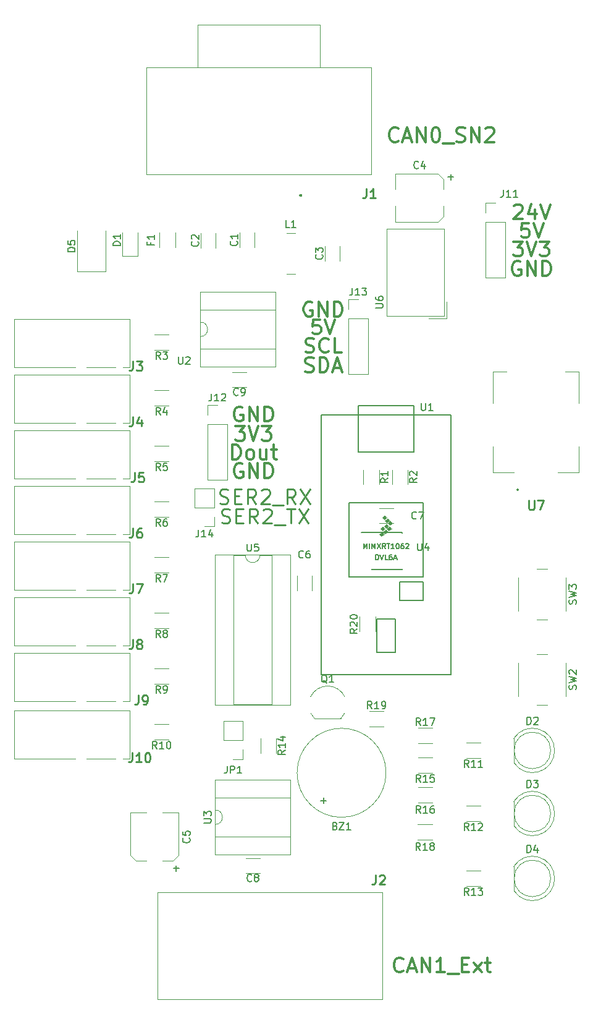
<source format=gbr>
G04 #@! TF.GenerationSoftware,KiCad,Pcbnew,(5.1.9)-1*
G04 #@! TF.CreationDate,2021-01-23T22:28:55+01:00*
G04 #@! TF.ProjectId,SNModule,534e4d6f-6475-46c6-952e-6b696361645f,rev?*
G04 #@! TF.SameCoordinates,Original*
G04 #@! TF.FileFunction,Legend,Top*
G04 #@! TF.FilePolarity,Positive*
%FSLAX46Y46*%
G04 Gerber Fmt 4.6, Leading zero omitted, Abs format (unit mm)*
G04 Created by KiCad (PCBNEW (5.1.9)-1) date 2021-01-23 22:28:55*
%MOMM*%
%LPD*%
G01*
G04 APERTURE LIST*
%ADD10C,0.300000*%
%ADD11C,0.250000*%
%ADD12C,0.120000*%
%ADD13C,0.100000*%
%ADD14C,0.150000*%
%ADD15C,0.200000*%
%ADD16C,0.254000*%
G04 APERTURE END LIST*
D10*
X75073619Y-40973285D02*
X74978380Y-41068523D01*
X74692666Y-41163761D01*
X74502190Y-41163761D01*
X74216476Y-41068523D01*
X74026000Y-40878047D01*
X73930761Y-40687571D01*
X73835523Y-40306619D01*
X73835523Y-40020904D01*
X73930761Y-39639952D01*
X74026000Y-39449476D01*
X74216476Y-39259000D01*
X74502190Y-39163761D01*
X74692666Y-39163761D01*
X74978380Y-39259000D01*
X75073619Y-39354238D01*
X75835523Y-40592333D02*
X76787904Y-40592333D01*
X75645047Y-41163761D02*
X76311714Y-39163761D01*
X76978380Y-41163761D01*
X77645047Y-41163761D02*
X77645047Y-39163761D01*
X78787904Y-41163761D01*
X78787904Y-39163761D01*
X80121238Y-39163761D02*
X80311714Y-39163761D01*
X80502190Y-39259000D01*
X80597428Y-39354238D01*
X80692666Y-39544714D01*
X80787904Y-39925666D01*
X80787904Y-40401857D01*
X80692666Y-40782809D01*
X80597428Y-40973285D01*
X80502190Y-41068523D01*
X80311714Y-41163761D01*
X80121238Y-41163761D01*
X79930761Y-41068523D01*
X79835523Y-40973285D01*
X79740285Y-40782809D01*
X79645047Y-40401857D01*
X79645047Y-39925666D01*
X79740285Y-39544714D01*
X79835523Y-39354238D01*
X79930761Y-39259000D01*
X80121238Y-39163761D01*
X81168857Y-41354238D02*
X82692666Y-41354238D01*
X83073619Y-41068523D02*
X83359333Y-41163761D01*
X83835523Y-41163761D01*
X84026000Y-41068523D01*
X84121238Y-40973285D01*
X84216476Y-40782809D01*
X84216476Y-40592333D01*
X84121238Y-40401857D01*
X84026000Y-40306619D01*
X83835523Y-40211380D01*
X83454571Y-40116142D01*
X83264095Y-40020904D01*
X83168857Y-39925666D01*
X83073619Y-39735190D01*
X83073619Y-39544714D01*
X83168857Y-39354238D01*
X83264095Y-39259000D01*
X83454571Y-39163761D01*
X83930761Y-39163761D01*
X84216476Y-39259000D01*
X85073619Y-41163761D02*
X85073619Y-39163761D01*
X86216476Y-41163761D01*
X86216476Y-39163761D01*
X87073619Y-39354238D02*
X87168857Y-39259000D01*
X87359333Y-39163761D01*
X87835523Y-39163761D01*
X88026000Y-39259000D01*
X88121238Y-39354238D01*
X88216476Y-39544714D01*
X88216476Y-39735190D01*
X88121238Y-40020904D01*
X86978380Y-41163761D01*
X88216476Y-41163761D01*
X75740285Y-154638285D02*
X75645047Y-154733523D01*
X75359333Y-154828761D01*
X75168857Y-154828761D01*
X74883142Y-154733523D01*
X74692666Y-154543047D01*
X74597428Y-154352571D01*
X74502190Y-153971619D01*
X74502190Y-153685904D01*
X74597428Y-153304952D01*
X74692666Y-153114476D01*
X74883142Y-152924000D01*
X75168857Y-152828761D01*
X75359333Y-152828761D01*
X75645047Y-152924000D01*
X75740285Y-153019238D01*
X76502190Y-154257333D02*
X77454571Y-154257333D01*
X76311714Y-154828761D02*
X76978380Y-152828761D01*
X77645047Y-154828761D01*
X78311714Y-154828761D02*
X78311714Y-152828761D01*
X79454571Y-154828761D01*
X79454571Y-152828761D01*
X81454571Y-154828761D02*
X80311714Y-154828761D01*
X80883142Y-154828761D02*
X80883142Y-152828761D01*
X80692666Y-153114476D01*
X80502190Y-153304952D01*
X80311714Y-153400190D01*
X81835523Y-155019238D02*
X83359333Y-155019238D01*
X83835523Y-153781142D02*
X84502190Y-153781142D01*
X84787904Y-154828761D02*
X83835523Y-154828761D01*
X83835523Y-152828761D01*
X84787904Y-152828761D01*
X85454571Y-154828761D02*
X86502190Y-153495428D01*
X85454571Y-153495428D02*
X86502190Y-154828761D01*
X86978380Y-153495428D02*
X87740285Y-153495428D01*
X87264095Y-152828761D02*
X87264095Y-154543047D01*
X87359333Y-154733523D01*
X87549809Y-154828761D01*
X87740285Y-154828761D01*
D11*
X50864238Y-93265523D02*
X51149952Y-93360761D01*
X51626142Y-93360761D01*
X51816619Y-93265523D01*
X51911857Y-93170285D01*
X52007095Y-92979809D01*
X52007095Y-92789333D01*
X51911857Y-92598857D01*
X51816619Y-92503619D01*
X51626142Y-92408380D01*
X51245190Y-92313142D01*
X51054714Y-92217904D01*
X50959476Y-92122666D01*
X50864238Y-91932190D01*
X50864238Y-91741714D01*
X50959476Y-91551238D01*
X51054714Y-91456000D01*
X51245190Y-91360761D01*
X51721380Y-91360761D01*
X52007095Y-91456000D01*
X52864238Y-92313142D02*
X53530904Y-92313142D01*
X53816619Y-93360761D02*
X52864238Y-93360761D01*
X52864238Y-91360761D01*
X53816619Y-91360761D01*
X55816619Y-93360761D02*
X55149952Y-92408380D01*
X54673761Y-93360761D02*
X54673761Y-91360761D01*
X55435666Y-91360761D01*
X55626142Y-91456000D01*
X55721380Y-91551238D01*
X55816619Y-91741714D01*
X55816619Y-92027428D01*
X55721380Y-92217904D01*
X55626142Y-92313142D01*
X55435666Y-92408380D01*
X54673761Y-92408380D01*
X56578523Y-91551238D02*
X56673761Y-91456000D01*
X56864238Y-91360761D01*
X57340428Y-91360761D01*
X57530904Y-91456000D01*
X57626142Y-91551238D01*
X57721380Y-91741714D01*
X57721380Y-91932190D01*
X57626142Y-92217904D01*
X56483285Y-93360761D01*
X57721380Y-93360761D01*
X58102333Y-93551238D02*
X59626142Y-93551238D01*
X59816619Y-91360761D02*
X60959476Y-91360761D01*
X60388047Y-93360761D02*
X60388047Y-91360761D01*
X61435666Y-91360761D02*
X62769000Y-93360761D01*
X62769000Y-91360761D02*
X61435666Y-93360761D01*
X50626142Y-90598523D02*
X50911857Y-90693761D01*
X51388047Y-90693761D01*
X51578523Y-90598523D01*
X51673761Y-90503285D01*
X51769000Y-90312809D01*
X51769000Y-90122333D01*
X51673761Y-89931857D01*
X51578523Y-89836619D01*
X51388047Y-89741380D01*
X51007095Y-89646142D01*
X50816619Y-89550904D01*
X50721380Y-89455666D01*
X50626142Y-89265190D01*
X50626142Y-89074714D01*
X50721380Y-88884238D01*
X50816619Y-88789000D01*
X51007095Y-88693761D01*
X51483285Y-88693761D01*
X51769000Y-88789000D01*
X52626142Y-89646142D02*
X53292809Y-89646142D01*
X53578523Y-90693761D02*
X52626142Y-90693761D01*
X52626142Y-88693761D01*
X53578523Y-88693761D01*
X55578523Y-90693761D02*
X54911857Y-89741380D01*
X54435666Y-90693761D02*
X54435666Y-88693761D01*
X55197571Y-88693761D01*
X55388047Y-88789000D01*
X55483285Y-88884238D01*
X55578523Y-89074714D01*
X55578523Y-89360428D01*
X55483285Y-89550904D01*
X55388047Y-89646142D01*
X55197571Y-89741380D01*
X54435666Y-89741380D01*
X56340428Y-88884238D02*
X56435666Y-88789000D01*
X56626142Y-88693761D01*
X57102333Y-88693761D01*
X57292809Y-88789000D01*
X57388047Y-88884238D01*
X57483285Y-89074714D01*
X57483285Y-89265190D01*
X57388047Y-89550904D01*
X56245190Y-90693761D01*
X57483285Y-90693761D01*
X57864238Y-90884238D02*
X59388047Y-90884238D01*
X61007095Y-90693761D02*
X60340428Y-89741380D01*
X59864238Y-90693761D02*
X59864238Y-88693761D01*
X60626142Y-88693761D01*
X60816619Y-88789000D01*
X60911857Y-88884238D01*
X61007095Y-89074714D01*
X61007095Y-89360428D01*
X60911857Y-89550904D01*
X60816619Y-89646142D01*
X60626142Y-89741380D01*
X59864238Y-89741380D01*
X61673761Y-88693761D02*
X63007095Y-90693761D01*
X63007095Y-88693761D02*
X61673761Y-90693761D01*
D10*
X53721190Y-85233000D02*
X53530714Y-85137761D01*
X53245000Y-85137761D01*
X52959285Y-85233000D01*
X52768809Y-85423476D01*
X52673571Y-85613952D01*
X52578333Y-85994904D01*
X52578333Y-86280619D01*
X52673571Y-86661571D01*
X52768809Y-86852047D01*
X52959285Y-87042523D01*
X53245000Y-87137761D01*
X53435476Y-87137761D01*
X53721190Y-87042523D01*
X53816428Y-86947285D01*
X53816428Y-86280619D01*
X53435476Y-86280619D01*
X54673571Y-87137761D02*
X54673571Y-85137761D01*
X55816428Y-87137761D01*
X55816428Y-85137761D01*
X56768809Y-87137761D02*
X56768809Y-85137761D01*
X57245000Y-85137761D01*
X57530714Y-85233000D01*
X57721190Y-85423476D01*
X57816428Y-85613952D01*
X57911666Y-85994904D01*
X57911666Y-86280619D01*
X57816428Y-86661571D01*
X57721190Y-86852047D01*
X57530714Y-87042523D01*
X57245000Y-87137761D01*
X56768809Y-87137761D01*
X52340238Y-84597761D02*
X52340238Y-82597761D01*
X52816428Y-82597761D01*
X53102142Y-82693000D01*
X53292619Y-82883476D01*
X53387857Y-83073952D01*
X53483095Y-83454904D01*
X53483095Y-83740619D01*
X53387857Y-84121571D01*
X53292619Y-84312047D01*
X53102142Y-84502523D01*
X52816428Y-84597761D01*
X52340238Y-84597761D01*
X54625952Y-84597761D02*
X54435476Y-84502523D01*
X54340238Y-84407285D01*
X54245000Y-84216809D01*
X54245000Y-83645380D01*
X54340238Y-83454904D01*
X54435476Y-83359666D01*
X54625952Y-83264428D01*
X54911666Y-83264428D01*
X55102142Y-83359666D01*
X55197380Y-83454904D01*
X55292619Y-83645380D01*
X55292619Y-84216809D01*
X55197380Y-84407285D01*
X55102142Y-84502523D01*
X54911666Y-84597761D01*
X54625952Y-84597761D01*
X57006904Y-83264428D02*
X57006904Y-84597761D01*
X56149761Y-83264428D02*
X56149761Y-84312047D01*
X56245000Y-84502523D01*
X56435476Y-84597761D01*
X56721190Y-84597761D01*
X56911666Y-84502523D01*
X57006904Y-84407285D01*
X57673571Y-83264428D02*
X58435476Y-83264428D01*
X57959285Y-82597761D02*
X57959285Y-84312047D01*
X58054523Y-84502523D01*
X58245000Y-84597761D01*
X58435476Y-84597761D01*
X52768809Y-80057761D02*
X54006904Y-80057761D01*
X53340238Y-80819666D01*
X53625952Y-80819666D01*
X53816428Y-80914904D01*
X53911666Y-81010142D01*
X54006904Y-81200619D01*
X54006904Y-81676809D01*
X53911666Y-81867285D01*
X53816428Y-81962523D01*
X53625952Y-82057761D01*
X53054523Y-82057761D01*
X52864047Y-81962523D01*
X52768809Y-81867285D01*
X54578333Y-80057761D02*
X55245000Y-82057761D01*
X55911666Y-80057761D01*
X56387857Y-80057761D02*
X57625952Y-80057761D01*
X56959285Y-80819666D01*
X57245000Y-80819666D01*
X57435476Y-80914904D01*
X57530714Y-81010142D01*
X57625952Y-81200619D01*
X57625952Y-81676809D01*
X57530714Y-81867285D01*
X57435476Y-81962523D01*
X57245000Y-82057761D01*
X56673571Y-82057761D01*
X56483095Y-81962523D01*
X56387857Y-81867285D01*
X53721190Y-77486000D02*
X53530714Y-77390761D01*
X53245000Y-77390761D01*
X52959285Y-77486000D01*
X52768809Y-77676476D01*
X52673571Y-77866952D01*
X52578333Y-78247904D01*
X52578333Y-78533619D01*
X52673571Y-78914571D01*
X52768809Y-79105047D01*
X52959285Y-79295523D01*
X53245000Y-79390761D01*
X53435476Y-79390761D01*
X53721190Y-79295523D01*
X53816428Y-79200285D01*
X53816428Y-78533619D01*
X53435476Y-78533619D01*
X54673571Y-79390761D02*
X54673571Y-77390761D01*
X55816428Y-79390761D01*
X55816428Y-77390761D01*
X56768809Y-79390761D02*
X56768809Y-77390761D01*
X57245000Y-77390761D01*
X57530714Y-77486000D01*
X57721190Y-77676476D01*
X57816428Y-77866952D01*
X57911666Y-78247904D01*
X57911666Y-78533619D01*
X57816428Y-78914571D01*
X57721190Y-79105047D01*
X57530714Y-79295523D01*
X57245000Y-79390761D01*
X56768809Y-79390761D01*
X63246190Y-63135000D02*
X63055714Y-63039761D01*
X62770000Y-63039761D01*
X62484285Y-63135000D01*
X62293809Y-63325476D01*
X62198571Y-63515952D01*
X62103333Y-63896904D01*
X62103333Y-64182619D01*
X62198571Y-64563571D01*
X62293809Y-64754047D01*
X62484285Y-64944523D01*
X62770000Y-65039761D01*
X62960476Y-65039761D01*
X63246190Y-64944523D01*
X63341428Y-64849285D01*
X63341428Y-64182619D01*
X62960476Y-64182619D01*
X64198571Y-65039761D02*
X64198571Y-63039761D01*
X65341428Y-65039761D01*
X65341428Y-63039761D01*
X66293809Y-65039761D02*
X66293809Y-63039761D01*
X66770000Y-63039761D01*
X67055714Y-63135000D01*
X67246190Y-63325476D01*
X67341428Y-63515952D01*
X67436666Y-63896904D01*
X67436666Y-64182619D01*
X67341428Y-64563571D01*
X67246190Y-64754047D01*
X67055714Y-64944523D01*
X66770000Y-65039761D01*
X66293809Y-65039761D01*
X62341428Y-72564523D02*
X62627142Y-72659761D01*
X63103333Y-72659761D01*
X63293809Y-72564523D01*
X63389047Y-72469285D01*
X63484285Y-72278809D01*
X63484285Y-72088333D01*
X63389047Y-71897857D01*
X63293809Y-71802619D01*
X63103333Y-71707380D01*
X62722380Y-71612142D01*
X62531904Y-71516904D01*
X62436666Y-71421666D01*
X62341428Y-71231190D01*
X62341428Y-71040714D01*
X62436666Y-70850238D01*
X62531904Y-70755000D01*
X62722380Y-70659761D01*
X63198571Y-70659761D01*
X63484285Y-70755000D01*
X64341428Y-72659761D02*
X64341428Y-70659761D01*
X64817619Y-70659761D01*
X65103333Y-70755000D01*
X65293809Y-70945476D01*
X65389047Y-71135952D01*
X65484285Y-71516904D01*
X65484285Y-71802619D01*
X65389047Y-72183571D01*
X65293809Y-72374047D01*
X65103333Y-72564523D01*
X64817619Y-72659761D01*
X64341428Y-72659761D01*
X66246190Y-72088333D02*
X67198571Y-72088333D01*
X66055714Y-72659761D02*
X66722380Y-70659761D01*
X67389047Y-72659761D01*
X62389047Y-69897523D02*
X62674761Y-69992761D01*
X63150952Y-69992761D01*
X63341428Y-69897523D01*
X63436666Y-69802285D01*
X63531904Y-69611809D01*
X63531904Y-69421333D01*
X63436666Y-69230857D01*
X63341428Y-69135619D01*
X63150952Y-69040380D01*
X62770000Y-68945142D01*
X62579523Y-68849904D01*
X62484285Y-68754666D01*
X62389047Y-68564190D01*
X62389047Y-68373714D01*
X62484285Y-68183238D01*
X62579523Y-68088000D01*
X62770000Y-67992761D01*
X63246190Y-67992761D01*
X63531904Y-68088000D01*
X65531904Y-69802285D02*
X65436666Y-69897523D01*
X65150952Y-69992761D01*
X64960476Y-69992761D01*
X64674761Y-69897523D01*
X64484285Y-69707047D01*
X64389047Y-69516571D01*
X64293809Y-69135619D01*
X64293809Y-68849904D01*
X64389047Y-68468952D01*
X64484285Y-68278476D01*
X64674761Y-68088000D01*
X64960476Y-67992761D01*
X65150952Y-67992761D01*
X65436666Y-68088000D01*
X65531904Y-68183238D01*
X67341428Y-69992761D02*
X66389047Y-69992761D01*
X66389047Y-67992761D01*
X64389047Y-65452761D02*
X63436666Y-65452761D01*
X63341428Y-66405142D01*
X63436666Y-66309904D01*
X63627142Y-66214666D01*
X64103333Y-66214666D01*
X64293809Y-66309904D01*
X64389047Y-66405142D01*
X64484285Y-66595619D01*
X64484285Y-67071809D01*
X64389047Y-67262285D01*
X64293809Y-67357523D01*
X64103333Y-67452761D01*
X63627142Y-67452761D01*
X63436666Y-67357523D01*
X63341428Y-67262285D01*
X65055714Y-65452761D02*
X65722380Y-67452761D01*
X66389047Y-65452761D01*
X91821190Y-57547000D02*
X91630714Y-57451761D01*
X91345000Y-57451761D01*
X91059285Y-57547000D01*
X90868809Y-57737476D01*
X90773571Y-57927952D01*
X90678333Y-58308904D01*
X90678333Y-58594619D01*
X90773571Y-58975571D01*
X90868809Y-59166047D01*
X91059285Y-59356523D01*
X91345000Y-59451761D01*
X91535476Y-59451761D01*
X91821190Y-59356523D01*
X91916428Y-59261285D01*
X91916428Y-58594619D01*
X91535476Y-58594619D01*
X92773571Y-59451761D02*
X92773571Y-57451761D01*
X93916428Y-59451761D01*
X93916428Y-57451761D01*
X94868809Y-59451761D02*
X94868809Y-57451761D01*
X95345000Y-57451761D01*
X95630714Y-57547000D01*
X95821190Y-57737476D01*
X95916428Y-57927952D01*
X96011666Y-58308904D01*
X96011666Y-58594619D01*
X95916428Y-58975571D01*
X95821190Y-59166047D01*
X95630714Y-59356523D01*
X95345000Y-59451761D01*
X94868809Y-59451761D01*
X90868809Y-54784761D02*
X92106904Y-54784761D01*
X91440238Y-55546666D01*
X91725952Y-55546666D01*
X91916428Y-55641904D01*
X92011666Y-55737142D01*
X92106904Y-55927619D01*
X92106904Y-56403809D01*
X92011666Y-56594285D01*
X91916428Y-56689523D01*
X91725952Y-56784761D01*
X91154523Y-56784761D01*
X90964047Y-56689523D01*
X90868809Y-56594285D01*
X92678333Y-54784761D02*
X93345000Y-56784761D01*
X94011666Y-54784761D01*
X94487857Y-54784761D02*
X95725952Y-54784761D01*
X95059285Y-55546666D01*
X95345000Y-55546666D01*
X95535476Y-55641904D01*
X95630714Y-55737142D01*
X95725952Y-55927619D01*
X95725952Y-56403809D01*
X95630714Y-56594285D01*
X95535476Y-56689523D01*
X95345000Y-56784761D01*
X94773571Y-56784761D01*
X94583095Y-56689523D01*
X94487857Y-56594285D01*
X92964047Y-52244761D02*
X92011666Y-52244761D01*
X91916428Y-53197142D01*
X92011666Y-53101904D01*
X92202142Y-53006666D01*
X92678333Y-53006666D01*
X92868809Y-53101904D01*
X92964047Y-53197142D01*
X93059285Y-53387619D01*
X93059285Y-53863809D01*
X92964047Y-54054285D01*
X92868809Y-54149523D01*
X92678333Y-54244761D01*
X92202142Y-54244761D01*
X92011666Y-54149523D01*
X91916428Y-54054285D01*
X93630714Y-52244761D02*
X94297380Y-54244761D01*
X94964047Y-52244761D01*
X90964047Y-49895238D02*
X91059285Y-49800000D01*
X91249761Y-49704761D01*
X91725952Y-49704761D01*
X91916428Y-49800000D01*
X92011666Y-49895238D01*
X92106904Y-50085714D01*
X92106904Y-50276190D01*
X92011666Y-50561904D01*
X90868809Y-51704761D01*
X92106904Y-51704761D01*
X93821190Y-50371428D02*
X93821190Y-51704761D01*
X93345000Y-49609523D02*
X92868809Y-51038095D01*
X94106904Y-51038095D01*
X94583095Y-49704761D02*
X95249761Y-51704761D01*
X95916428Y-49704761D01*
D12*
G04 #@! TO.C,C5*
X44196000Y-139604000D02*
X42776000Y-139604000D01*
X44956000Y-133004000D02*
X42776000Y-133004000D01*
X38356000Y-133004000D02*
X40536000Y-133004000D01*
X39116000Y-139604000D02*
X40536000Y-139604000D01*
X44956000Y-133004000D02*
X44956000Y-138844000D01*
X44956000Y-138844000D02*
X44196000Y-139604000D01*
X39116000Y-139604000D02*
X38356000Y-138844000D01*
X38356000Y-138844000D02*
X38356000Y-133004000D01*
D13*
G04 #@! TO.C,J10*
X36330000Y-125554000D02*
X32330000Y-125554000D01*
X38280000Y-125554000D02*
X37330000Y-125554000D01*
X38280000Y-118974000D02*
X38280000Y-125554000D01*
X22480000Y-118974000D02*
X38280000Y-118974000D01*
X22480000Y-125554000D02*
X22480000Y-118974000D01*
X30830000Y-125554000D02*
X22480000Y-125554000D01*
G04 #@! TO.C,J3*
X36330000Y-71960000D02*
X32330000Y-71960000D01*
X38280000Y-71960000D02*
X37330000Y-71960000D01*
X38280000Y-65380000D02*
X38280000Y-71960000D01*
X22480000Y-65380000D02*
X38280000Y-65380000D01*
X22480000Y-71960000D02*
X22480000Y-65380000D01*
X30830000Y-71960000D02*
X22480000Y-71960000D01*
G04 #@! TO.C,J6*
X36330000Y-94820000D02*
X32330000Y-94820000D01*
X38280000Y-94820000D02*
X37330000Y-94820000D01*
X38280000Y-88240000D02*
X38280000Y-94820000D01*
X22480000Y-88240000D02*
X38280000Y-88240000D01*
X22480000Y-94820000D02*
X22480000Y-88240000D01*
X30830000Y-94820000D02*
X22480000Y-94820000D01*
G04 #@! TO.C,J5*
X36330000Y-87200000D02*
X32330000Y-87200000D01*
X38280000Y-87200000D02*
X37330000Y-87200000D01*
X38280000Y-80620000D02*
X38280000Y-87200000D01*
X22480000Y-80620000D02*
X38280000Y-80620000D01*
X22480000Y-87200000D02*
X22480000Y-80620000D01*
X30830000Y-87200000D02*
X22480000Y-87200000D01*
G04 #@! TO.C,U1*
G36*
X73279000Y-92329000D02*
G01*
X73533000Y-92583000D01*
X73152000Y-92837000D01*
X72898000Y-92583000D01*
X73279000Y-92329000D01*
G37*
X73279000Y-92329000D02*
X73533000Y-92583000D01*
X73152000Y-92837000D01*
X72898000Y-92583000D01*
X73279000Y-92329000D01*
G36*
X73660000Y-92710000D02*
G01*
X73914000Y-92964000D01*
X73533000Y-93218000D01*
X73279000Y-92964000D01*
X73660000Y-92710000D01*
G37*
X73660000Y-92710000D02*
X73914000Y-92964000D01*
X73533000Y-93218000D01*
X73279000Y-92964000D01*
X73660000Y-92710000D01*
G36*
X72898000Y-94615000D02*
G01*
X73152000Y-94869000D01*
X72771000Y-95123000D01*
X72517000Y-94869000D01*
X72898000Y-94615000D01*
G37*
X72898000Y-94615000D02*
X73152000Y-94869000D01*
X72771000Y-95123000D01*
X72517000Y-94869000D01*
X72898000Y-94615000D01*
G36*
X73406000Y-94234000D02*
G01*
X73660000Y-94488000D01*
X73279000Y-94742000D01*
X73025000Y-94488000D01*
X73406000Y-94234000D01*
G37*
X73406000Y-94234000D02*
X73660000Y-94488000D01*
X73279000Y-94742000D01*
X73025000Y-94488000D01*
X73406000Y-94234000D01*
G36*
X73914000Y-93853000D02*
G01*
X74168000Y-94107000D01*
X73787000Y-94361000D01*
X73533000Y-94107000D01*
X73914000Y-93853000D01*
G37*
X73914000Y-93853000D02*
X74168000Y-94107000D01*
X73787000Y-94361000D01*
X73533000Y-94107000D01*
X73914000Y-93853000D01*
G36*
X73025000Y-93853000D02*
G01*
X73279000Y-94107000D01*
X72898000Y-94361000D01*
X72644000Y-94107000D01*
X73025000Y-93853000D01*
G37*
X73025000Y-93853000D02*
X73279000Y-94107000D01*
X72898000Y-94361000D01*
X72644000Y-94107000D01*
X73025000Y-93853000D01*
G36*
X73533000Y-93472000D02*
G01*
X73787000Y-93726000D01*
X73406000Y-93980000D01*
X73152000Y-93726000D01*
X73533000Y-93472000D01*
G37*
X73533000Y-93472000D02*
X73787000Y-93726000D01*
X73406000Y-93980000D01*
X73152000Y-93726000D01*
X73533000Y-93472000D01*
G36*
X74041000Y-93091000D02*
G01*
X74295000Y-93345000D01*
X73914000Y-93599000D01*
X73660000Y-93345000D01*
X74041000Y-93091000D01*
G37*
X74041000Y-93091000D02*
X74295000Y-93345000D01*
X73914000Y-93599000D01*
X73660000Y-93345000D01*
X74041000Y-93091000D01*
D14*
X75311000Y-101346000D02*
X78486000Y-101346000D01*
X75311000Y-103886000D02*
X75311000Y-101346000D01*
X78486000Y-103886000D02*
X75311000Y-103886000D01*
X78486000Y-101346000D02*
X78486000Y-103886000D01*
X64516000Y-78486000D02*
X82296000Y-78486000D01*
X64516000Y-114046000D02*
X64516000Y-78486000D01*
X82296000Y-114046000D02*
X64516000Y-114046000D01*
X82296000Y-78486000D02*
X82296000Y-114046000D01*
X68326000Y-100711000D02*
X68326000Y-90551000D01*
X78486000Y-100711000D02*
X78486000Y-90551000D01*
X78486000Y-90551000D02*
X68326000Y-90551000D01*
X68326000Y-100711000D02*
X78486000Y-100711000D01*
X74676000Y-106426000D02*
X74676000Y-110998000D01*
X72136000Y-106426000D02*
X74676000Y-106426000D01*
X72136000Y-110998000D02*
X72136000Y-106426000D01*
X74676000Y-110998000D02*
X72136000Y-110998000D01*
X69596000Y-83566000D02*
X69596000Y-78486000D01*
X77216000Y-83566000D02*
X77216000Y-78486000D01*
X69596000Y-83566000D02*
X77216000Y-83566000D01*
X77216000Y-77216000D02*
X77216000Y-78486000D01*
X69596000Y-77216000D02*
X77216000Y-77216000D01*
X69596000Y-78486000D02*
X69596000Y-77216000D01*
D12*
G04 #@! TO.C,R20*
X69796000Y-108156000D02*
X69796000Y-106156000D01*
X71936000Y-106156000D02*
X71936000Y-108156000D01*
D13*
G04 #@! TO.C,J2*
X72917000Y-158528000D02*
X72917000Y-143878000D01*
X42107000Y-158528000D02*
X72917000Y-158528000D01*
X42107000Y-143878000D02*
X42107000Y-158528000D01*
X72917000Y-143878000D02*
X42107000Y-143878000D01*
G04 #@! TO.C,U7*
X89940000Y-72626000D02*
X88090000Y-72626000D01*
X88090000Y-72626000D02*
X88090000Y-76876000D01*
X88090000Y-82876000D02*
X88090000Y-86376000D01*
X88090000Y-86376000D02*
X90940000Y-86376000D01*
X96940000Y-86376000D02*
X99790000Y-86376000D01*
X99790000Y-86376000D02*
X99790000Y-82876000D01*
X99790000Y-76876000D02*
X99790000Y-72626000D01*
X99790000Y-72626000D02*
X97940000Y-72626000D01*
D15*
X91340000Y-88776000D02*
X91340000Y-88776000D01*
X91540000Y-88776000D02*
X91540000Y-88776000D01*
X91340000Y-88776000D02*
G75*
G02*
X91540000Y-88776000I100000J0D01*
G01*
X91540000Y-88776000D02*
G75*
G02*
X91340000Y-88776000I-100000J0D01*
G01*
D12*
G04 #@! TO.C,J11*
X87062000Y-49470000D02*
X88392000Y-49470000D01*
X87062000Y-50800000D02*
X87062000Y-49470000D01*
X89722000Y-52070000D02*
X87062000Y-52070000D01*
X89722000Y-59750000D02*
X89722000Y-52070000D01*
X87062000Y-59750000D02*
X89722000Y-59750000D01*
X87062000Y-52070000D02*
X87062000Y-59750000D01*
D10*
G04 #@! TO.C,J1*
X61768000Y-48456000D02*
X61768000Y-48456000D01*
X61668000Y-48456000D02*
X61668000Y-48456000D01*
X61768000Y-48456000D02*
X61768000Y-48456000D01*
D13*
X64383000Y-30956000D02*
X64383000Y-25056000D01*
X47593000Y-30956000D02*
X64383000Y-30956000D01*
X47593000Y-25056000D02*
X47593000Y-30956000D01*
X64383000Y-25056000D02*
X47593000Y-25056000D01*
X71393000Y-45606000D02*
X71393000Y-30956000D01*
X40583000Y-45606000D02*
X71393000Y-45606000D01*
X40583000Y-30956000D02*
X40583000Y-45606000D01*
X71393000Y-30956000D02*
X40583000Y-30956000D01*
D10*
X61668000Y-48456000D02*
G75*
G02*
X61768000Y-48456000I50000J0D01*
G01*
X61768000Y-48456000D02*
G75*
G02*
X61668000Y-48456000I-50000J0D01*
G01*
X61668000Y-48456000D02*
G75*
G02*
X61768000Y-48456000I50000J0D01*
G01*
D12*
G04 #@! TO.C,L1*
X60945000Y-53588000D02*
X59745000Y-53588000D01*
X59745000Y-59188000D02*
X60945000Y-59188000D01*
G04 #@! TO.C,R13*
X84376000Y-140916000D02*
X86376000Y-140916000D01*
X86376000Y-143056000D02*
X84376000Y-143056000D01*
G04 #@! TO.C,R12*
X84376000Y-132026000D02*
X86376000Y-132026000D01*
X86376000Y-134166000D02*
X84376000Y-134166000D01*
G04 #@! TO.C,R11*
X84376000Y-123390000D02*
X86376000Y-123390000D01*
X86376000Y-125530000D02*
X84376000Y-125530000D01*
G04 #@! TO.C,R10*
X41640000Y-120850000D02*
X43640000Y-120850000D01*
X43640000Y-122990000D02*
X41640000Y-122990000D01*
G04 #@! TO.C,R9*
X41640000Y-113230000D02*
X43640000Y-113230000D01*
X43640000Y-115370000D02*
X41640000Y-115370000D01*
G04 #@! TO.C,R8*
X41640000Y-105610000D02*
X43640000Y-105610000D01*
X43640000Y-107750000D02*
X41640000Y-107750000D01*
G04 #@! TO.C,R7*
X41640000Y-97990000D02*
X43640000Y-97990000D01*
X43640000Y-100130000D02*
X41640000Y-100130000D01*
G04 #@! TO.C,R6*
X41640000Y-90370000D02*
X43640000Y-90370000D01*
X43640000Y-92510000D02*
X41640000Y-92510000D01*
G04 #@! TO.C,R5*
X41640000Y-82750000D02*
X43640000Y-82750000D01*
X43640000Y-84890000D02*
X41640000Y-84890000D01*
G04 #@! TO.C,R4*
X41640000Y-75130000D02*
X43640000Y-75130000D01*
X43640000Y-77270000D02*
X41640000Y-77270000D01*
G04 #@! TO.C,R3*
X41640000Y-67510000D02*
X43640000Y-67510000D01*
X43640000Y-69650000D02*
X41640000Y-69650000D01*
G04 #@! TO.C,R2*
X74241000Y-88027000D02*
X74241000Y-86027000D01*
X76381000Y-86027000D02*
X76381000Y-88027000D01*
G04 #@! TO.C,R1*
X70304000Y-88027000D02*
X70304000Y-86027000D01*
X72444000Y-86027000D02*
X72444000Y-88027000D01*
D13*
G04 #@! TO.C,J8*
X36330000Y-110060000D02*
X32330000Y-110060000D01*
X38280000Y-110060000D02*
X37330000Y-110060000D01*
X38280000Y-103480000D02*
X38280000Y-110060000D01*
X22480000Y-103480000D02*
X38280000Y-103480000D01*
X22480000Y-110060000D02*
X22480000Y-103480000D01*
X30830000Y-110060000D02*
X22480000Y-110060000D01*
G04 #@! TO.C,J9*
X36330000Y-117680000D02*
X32330000Y-117680000D01*
X38280000Y-117680000D02*
X37330000Y-117680000D01*
X38280000Y-111100000D02*
X38280000Y-117680000D01*
X22480000Y-111100000D02*
X38280000Y-111100000D01*
X22480000Y-117680000D02*
X22480000Y-111100000D01*
X30830000Y-117680000D02*
X22480000Y-117680000D01*
G04 #@! TO.C,J4*
X36330000Y-79580000D02*
X32330000Y-79580000D01*
X38280000Y-79580000D02*
X37330000Y-79580000D01*
X38280000Y-73000000D02*
X38280000Y-79580000D01*
X22480000Y-73000000D02*
X38280000Y-73000000D01*
X22480000Y-79580000D02*
X22480000Y-73000000D01*
X30830000Y-79580000D02*
X22480000Y-79580000D01*
G04 #@! TO.C,J7*
X36330000Y-102440000D02*
X32330000Y-102440000D01*
X38280000Y-102440000D02*
X37330000Y-102440000D01*
X38280000Y-95860000D02*
X38280000Y-102440000D01*
X22480000Y-95860000D02*
X38280000Y-95860000D01*
X22480000Y-102440000D02*
X22480000Y-95860000D01*
X30830000Y-102440000D02*
X22480000Y-102440000D01*
D12*
G04 #@! TO.C,R14*
X56207000Y-124793000D02*
X56207000Y-122793000D01*
X58347000Y-122793000D02*
X58347000Y-124793000D01*
G04 #@! TO.C,JP1*
X53781000Y-120463000D02*
X51121000Y-120463000D01*
X53781000Y-123063000D02*
X53781000Y-120463000D01*
X51121000Y-123063000D02*
X51121000Y-120463000D01*
X53781000Y-123063000D02*
X51121000Y-123063000D01*
X53781000Y-124333000D02*
X53781000Y-125663000D01*
X53781000Y-125663000D02*
X52451000Y-125663000D01*
D14*
G04 #@! TO.C,U4*
X71458000Y-94630000D02*
X70058000Y-94630000D01*
X71458000Y-99730000D02*
X75608000Y-99730000D01*
X71458000Y-94580000D02*
X75608000Y-94580000D01*
X71458000Y-99730000D02*
X71458000Y-99585000D01*
X75608000Y-99730000D02*
X75608000Y-99585000D01*
X75608000Y-94580000D02*
X75608000Y-94725000D01*
X71458000Y-94580000D02*
X71458000Y-94630000D01*
D12*
G04 #@! TO.C,U3*
X49918000Y-128464000D02*
X49918000Y-138744000D01*
X60318000Y-128464000D02*
X49918000Y-128464000D01*
X60318000Y-138744000D02*
X60318000Y-128464000D01*
X49918000Y-138744000D02*
X60318000Y-138744000D01*
X49978000Y-130954000D02*
X49978000Y-132604000D01*
X60258000Y-130954000D02*
X49978000Y-130954000D01*
X60258000Y-136254000D02*
X60258000Y-130954000D01*
X49978000Y-136254000D02*
X60258000Y-136254000D01*
X49978000Y-134604000D02*
X49978000Y-136254000D01*
X49978000Y-132604000D02*
G75*
G02*
X49978000Y-134604000I0J-1000000D01*
G01*
G04 #@! TO.C,U2*
X47886000Y-61662000D02*
X47886000Y-71942000D01*
X58286000Y-61662000D02*
X47886000Y-61662000D01*
X58286000Y-71942000D02*
X58286000Y-61662000D01*
X47886000Y-71942000D02*
X58286000Y-71942000D01*
X47946000Y-64152000D02*
X47946000Y-65802000D01*
X58226000Y-64152000D02*
X47946000Y-64152000D01*
X58226000Y-69452000D02*
X58226000Y-64152000D01*
X47946000Y-69452000D02*
X58226000Y-69452000D01*
X47946000Y-67802000D02*
X47946000Y-69452000D01*
X47946000Y-65802000D02*
G75*
G02*
X47946000Y-67802000I0J-1000000D01*
G01*
G04 #@! TO.C,U6*
X81368000Y-65015000D02*
X73518000Y-65015000D01*
X73518000Y-65015000D02*
X73518000Y-53075000D01*
X73518000Y-53075000D02*
X81368000Y-53075000D01*
X81368000Y-53075000D02*
X81368000Y-65015000D01*
X79248000Y-65345000D02*
X81698000Y-65345000D01*
X81698000Y-65345000D02*
X81698000Y-63015000D01*
G04 #@! TO.C,U5*
X60258000Y-97670000D02*
X49978000Y-97670000D01*
X60258000Y-118230000D02*
X60258000Y-97670000D01*
X49978000Y-118230000D02*
X60258000Y-118230000D01*
X49978000Y-97670000D02*
X49978000Y-118230000D01*
X57768000Y-97730000D02*
X56118000Y-97730000D01*
X57768000Y-118170000D02*
X57768000Y-97730000D01*
X52468000Y-118170000D02*
X57768000Y-118170000D01*
X52468000Y-97730000D02*
X52468000Y-118170000D01*
X54118000Y-97730000D02*
X52468000Y-97730000D01*
X56118000Y-97730000D02*
G75*
G02*
X54118000Y-97730000I-1000000J0D01*
G01*
G04 #@! TO.C,SW3*
X94028000Y-106572000D02*
X95528000Y-106572000D01*
X98028000Y-105322000D02*
X98028000Y-100822000D01*
X95528000Y-99572000D02*
X94028000Y-99572000D01*
X91528000Y-100822000D02*
X91528000Y-105322000D01*
G04 #@! TO.C,SW2*
X94028000Y-118256000D02*
X95528000Y-118256000D01*
X98028000Y-117006000D02*
X98028000Y-112506000D01*
X95528000Y-111256000D02*
X94028000Y-111256000D01*
X91528000Y-112506000D02*
X91528000Y-117006000D01*
G04 #@! TO.C,J14*
X49844000Y-93786000D02*
X48514000Y-93786000D01*
X49844000Y-92456000D02*
X49844000Y-93786000D01*
X49844000Y-91186000D02*
X47184000Y-91186000D01*
X47184000Y-91186000D02*
X47184000Y-88586000D01*
X49844000Y-91186000D02*
X49844000Y-88586000D01*
X49844000Y-88586000D02*
X47184000Y-88586000D01*
G04 #@! TO.C,J13*
X68266000Y-62678000D02*
X69596000Y-62678000D01*
X68266000Y-64008000D02*
X68266000Y-62678000D01*
X70926000Y-65278000D02*
X68266000Y-65278000D01*
X70926000Y-72958000D02*
X70926000Y-65278000D01*
X68266000Y-72958000D02*
X70926000Y-72958000D01*
X68266000Y-65278000D02*
X68266000Y-72958000D01*
G04 #@! TO.C,J12*
X48962000Y-77156000D02*
X50292000Y-77156000D01*
X48962000Y-78486000D02*
X48962000Y-77156000D01*
X51622000Y-79756000D02*
X48962000Y-79756000D01*
X51622000Y-87436000D02*
X51622000Y-79756000D01*
X48962000Y-87436000D02*
X51622000Y-87436000D01*
X48962000Y-79756000D02*
X48962000Y-87436000D01*
G04 #@! TO.C,F1*
X42364000Y-55552000D02*
X42364000Y-53552000D01*
X44504000Y-53552000D02*
X44504000Y-55552000D01*
G04 #@! TO.C,D4*
X90912000Y-140346000D02*
X90912000Y-143626000D01*
X95972000Y-141986000D02*
G75*
G03*
X95972000Y-141986000I-2500000J0D01*
G01*
X96511999Y-141987958D02*
G75*
G03*
X90912000Y-140346488I-3039999J1958D01*
G01*
X96511999Y-141984042D02*
G75*
G02*
X90912000Y-143625512I-3039999J-1958D01*
G01*
G04 #@! TO.C,D3*
X90912000Y-131456000D02*
X90912000Y-134736000D01*
X95972000Y-133096000D02*
G75*
G03*
X95972000Y-133096000I-2500000J0D01*
G01*
X96511999Y-133097958D02*
G75*
G03*
X90912000Y-131456488I-3039999J1958D01*
G01*
X96511999Y-133094042D02*
G75*
G02*
X90912000Y-134735512I-3039999J-1958D01*
G01*
G04 #@! TO.C,D2*
X90912000Y-122820000D02*
X90912000Y-126100000D01*
X95972000Y-124460000D02*
G75*
G03*
X95972000Y-124460000I-2500000J0D01*
G01*
X96511999Y-124461958D02*
G75*
G03*
X90912000Y-122820488I-3039999J1958D01*
G01*
X96511999Y-124458042D02*
G75*
G02*
X90912000Y-126099512I-3039999J-1958D01*
G01*
G04 #@! TO.C,C3*
X67060000Y-57420000D02*
X67060000Y-55420000D01*
X65020000Y-55420000D02*
X65020000Y-57420000D01*
G04 #@! TO.C,C2*
X50042000Y-55642000D02*
X50042000Y-53642000D01*
X48002000Y-53642000D02*
X48002000Y-55642000D01*
G04 #@! TO.C,C1*
X55376000Y-55578000D02*
X55376000Y-53578000D01*
X53336000Y-53578000D02*
X53336000Y-55578000D01*
G04 #@! TO.C,D1*
X37294000Y-56786000D02*
X39414000Y-56786000D01*
X37294000Y-53586000D02*
X37294000Y-56786000D01*
X39414000Y-56786000D02*
X39414000Y-53586000D01*
G04 #@! TO.C,D5*
X31070000Y-58871000D02*
X34970000Y-58871000D01*
X34970000Y-58871000D02*
X34970000Y-53261000D01*
X31070000Y-58871000D02*
X31070000Y-53261000D01*
G04 #@! TO.C,BZ1*
X73410000Y-127518000D02*
G75*
G03*
X73410000Y-127518000I-6100000J0D01*
G01*
G04 #@! TO.C,C4*
X81310000Y-46228000D02*
X81310000Y-47648000D01*
X74710000Y-45468000D02*
X74710000Y-47648000D01*
X74710000Y-52068000D02*
X74710000Y-49888000D01*
X81310000Y-51308000D02*
X81310000Y-49888000D01*
X74710000Y-45468000D02*
X80550000Y-45468000D01*
X80550000Y-45468000D02*
X81310000Y-46228000D01*
X81310000Y-51308000D02*
X80550000Y-52068000D01*
X80550000Y-52068000D02*
X74710000Y-52068000D01*
G04 #@! TO.C,C6*
X63250000Y-102568000D02*
X63250000Y-100568000D01*
X61210000Y-100568000D02*
X61210000Y-102568000D01*
G04 #@! TO.C,C7*
X74438000Y-91309000D02*
X72438000Y-91309000D01*
X72438000Y-93349000D02*
X74438000Y-93349000D01*
G04 #@! TO.C,C8*
X54150000Y-141228000D02*
X56150000Y-141228000D01*
X56150000Y-139188000D02*
X54150000Y-139188000D01*
G04 #@! TO.C,C9*
X54308000Y-72640000D02*
X52308000Y-72640000D01*
X52308000Y-74680000D02*
X54308000Y-74680000D01*
G04 #@! TO.C,Q1*
X63605000Y-120087000D02*
X67205000Y-120087000D01*
X67729184Y-119359795D02*
G75*
G02*
X67205000Y-120087000I-2324184J1122795D01*
G01*
X67761400Y-117138193D02*
G75*
G03*
X65405000Y-115637000I-2356400J-1098807D01*
G01*
X63048600Y-117138193D02*
G75*
G02*
X65405000Y-115637000I2356400J-1098807D01*
G01*
X63080816Y-119359795D02*
G75*
G03*
X63605000Y-120087000I2324184J1122795D01*
G01*
G04 #@! TO.C,R15*
X77772000Y-125422000D02*
X79772000Y-125422000D01*
X79772000Y-127562000D02*
X77772000Y-127562000D01*
G04 #@! TO.C,R16*
X77772000Y-129486000D02*
X79772000Y-129486000D01*
X79772000Y-131626000D02*
X77772000Y-131626000D01*
G04 #@! TO.C,R17*
X77772000Y-121358000D02*
X79772000Y-121358000D01*
X79772000Y-123498000D02*
X77772000Y-123498000D01*
G04 #@! TO.C,R18*
X79740000Y-136706000D02*
X77740000Y-136706000D01*
X77740000Y-134566000D02*
X79740000Y-134566000D01*
G04 #@! TO.C,R19*
X73104000Y-121212000D02*
X71104000Y-121212000D01*
X71104000Y-119072000D02*
X73104000Y-119072000D01*
G04 #@! TO.C,C5*
D14*
X46443142Y-136470666D02*
X46490761Y-136518285D01*
X46538380Y-136661142D01*
X46538380Y-136756380D01*
X46490761Y-136899238D01*
X46395523Y-136994476D01*
X46300285Y-137042095D01*
X46109809Y-137089714D01*
X45966952Y-137089714D01*
X45776476Y-137042095D01*
X45681238Y-136994476D01*
X45586000Y-136899238D01*
X45538380Y-136756380D01*
X45538380Y-136661142D01*
X45586000Y-136518285D01*
X45633619Y-136470666D01*
X45538380Y-135565904D02*
X45538380Y-136042095D01*
X46014571Y-136089714D01*
X45966952Y-136042095D01*
X45919333Y-135946857D01*
X45919333Y-135708761D01*
X45966952Y-135613523D01*
X46014571Y-135565904D01*
X46109809Y-135518285D01*
X46347904Y-135518285D01*
X46443142Y-135565904D01*
X46490761Y-135613523D01*
X46538380Y-135708761D01*
X46538380Y-135946857D01*
X46490761Y-136042095D01*
X46443142Y-136089714D01*
X44637428Y-140964952D02*
X44637428Y-140203047D01*
X45018380Y-140584000D02*
X44256476Y-140584000D01*
G04 #@! TO.C,J10*
D16*
X38595904Y-124780523D02*
X38595904Y-125687666D01*
X38535428Y-125869095D01*
X38414476Y-125990047D01*
X38233047Y-126050523D01*
X38112095Y-126050523D01*
X39865904Y-126050523D02*
X39140190Y-126050523D01*
X39503047Y-126050523D02*
X39503047Y-124780523D01*
X39382095Y-124961952D01*
X39261142Y-125082904D01*
X39140190Y-125143380D01*
X40652095Y-124780523D02*
X40773047Y-124780523D01*
X40894000Y-124841000D01*
X40954476Y-124901476D01*
X41014952Y-125022428D01*
X41075428Y-125264333D01*
X41075428Y-125566714D01*
X41014952Y-125808619D01*
X40954476Y-125929571D01*
X40894000Y-125990047D01*
X40773047Y-126050523D01*
X40652095Y-126050523D01*
X40531142Y-125990047D01*
X40470666Y-125929571D01*
X40410190Y-125808619D01*
X40349714Y-125566714D01*
X40349714Y-125264333D01*
X40410190Y-125022428D01*
X40470666Y-124901476D01*
X40531142Y-124841000D01*
X40652095Y-124780523D01*
G04 #@! TO.C,J3*
X38692666Y-71186523D02*
X38692666Y-72093666D01*
X38632190Y-72275095D01*
X38511238Y-72396047D01*
X38329809Y-72456523D01*
X38208857Y-72456523D01*
X39176476Y-71186523D02*
X39962666Y-71186523D01*
X39539333Y-71670333D01*
X39720761Y-71670333D01*
X39841714Y-71730809D01*
X39902190Y-71791285D01*
X39962666Y-71912238D01*
X39962666Y-72214619D01*
X39902190Y-72335571D01*
X39841714Y-72396047D01*
X39720761Y-72456523D01*
X39357904Y-72456523D01*
X39236952Y-72396047D01*
X39176476Y-72335571D01*
G04 #@! TO.C,J6*
X38692666Y-94046523D02*
X38692666Y-94953666D01*
X38632190Y-95135095D01*
X38511238Y-95256047D01*
X38329809Y-95316523D01*
X38208857Y-95316523D01*
X39841714Y-94046523D02*
X39599809Y-94046523D01*
X39478857Y-94107000D01*
X39418380Y-94167476D01*
X39297428Y-94348904D01*
X39236952Y-94590809D01*
X39236952Y-95074619D01*
X39297428Y-95195571D01*
X39357904Y-95256047D01*
X39478857Y-95316523D01*
X39720761Y-95316523D01*
X39841714Y-95256047D01*
X39902190Y-95195571D01*
X39962666Y-95074619D01*
X39962666Y-94772238D01*
X39902190Y-94651285D01*
X39841714Y-94590809D01*
X39720761Y-94530333D01*
X39478857Y-94530333D01*
X39357904Y-94590809D01*
X39297428Y-94651285D01*
X39236952Y-94772238D01*
G04 #@! TO.C,J5*
X38946666Y-86426523D02*
X38946666Y-87333666D01*
X38886190Y-87515095D01*
X38765238Y-87636047D01*
X38583809Y-87696523D01*
X38462857Y-87696523D01*
X40156190Y-86426523D02*
X39551428Y-86426523D01*
X39490952Y-87031285D01*
X39551428Y-86970809D01*
X39672380Y-86910333D01*
X39974761Y-86910333D01*
X40095714Y-86970809D01*
X40156190Y-87031285D01*
X40216666Y-87152238D01*
X40216666Y-87454619D01*
X40156190Y-87575571D01*
X40095714Y-87636047D01*
X39974761Y-87696523D01*
X39672380Y-87696523D01*
X39551428Y-87636047D01*
X39490952Y-87575571D01*
G04 #@! TO.C,U1*
D14*
X78232095Y-76922380D02*
X78232095Y-77731904D01*
X78279714Y-77827142D01*
X78327333Y-77874761D01*
X78422571Y-77922380D01*
X78613047Y-77922380D01*
X78708285Y-77874761D01*
X78755904Y-77827142D01*
X78803523Y-77731904D01*
X78803523Y-76922380D01*
X79803523Y-77922380D02*
X79232095Y-77922380D01*
X79517809Y-77922380D02*
X79517809Y-76922380D01*
X79422571Y-77065238D01*
X79327333Y-77160476D01*
X79232095Y-77208095D01*
X72006000Y-98360666D02*
X72006000Y-97660666D01*
X72172666Y-97660666D01*
X72272666Y-97694000D01*
X72339333Y-97760666D01*
X72372666Y-97827333D01*
X72406000Y-97960666D01*
X72406000Y-98060666D01*
X72372666Y-98194000D01*
X72339333Y-98260666D01*
X72272666Y-98327333D01*
X72172666Y-98360666D01*
X72006000Y-98360666D01*
X72606000Y-97660666D02*
X72839333Y-98360666D01*
X73072666Y-97660666D01*
X73639333Y-98360666D02*
X73306000Y-98360666D01*
X73306000Y-97660666D01*
X74172666Y-97660666D02*
X74039333Y-97660666D01*
X73972666Y-97694000D01*
X73939333Y-97727333D01*
X73872666Y-97827333D01*
X73839333Y-97960666D01*
X73839333Y-98227333D01*
X73872666Y-98294000D01*
X73906000Y-98327333D01*
X73972666Y-98360666D01*
X74106000Y-98360666D01*
X74172666Y-98327333D01*
X74206000Y-98294000D01*
X74239333Y-98227333D01*
X74239333Y-98060666D01*
X74206000Y-97994000D01*
X74172666Y-97960666D01*
X74106000Y-97927333D01*
X73972666Y-97927333D01*
X73906000Y-97960666D01*
X73872666Y-97994000D01*
X73839333Y-98060666D01*
X74506000Y-98160666D02*
X74839333Y-98160666D01*
X74439333Y-98360666D02*
X74672666Y-97660666D01*
X74906000Y-98360666D01*
X70322666Y-96836666D02*
X70322666Y-96136666D01*
X70556000Y-96636666D01*
X70789333Y-96136666D01*
X70789333Y-96836666D01*
X71122666Y-96836666D02*
X71122666Y-96136666D01*
X71456000Y-96836666D02*
X71456000Y-96136666D01*
X71689333Y-96636666D01*
X71922666Y-96136666D01*
X71922666Y-96836666D01*
X72189333Y-96136666D02*
X72656000Y-96836666D01*
X72656000Y-96136666D02*
X72189333Y-96836666D01*
X73322666Y-96836666D02*
X73089333Y-96503333D01*
X72922666Y-96836666D02*
X72922666Y-96136666D01*
X73189333Y-96136666D01*
X73256000Y-96170000D01*
X73289333Y-96203333D01*
X73322666Y-96270000D01*
X73322666Y-96370000D01*
X73289333Y-96436666D01*
X73256000Y-96470000D01*
X73189333Y-96503333D01*
X72922666Y-96503333D01*
X73522666Y-96136666D02*
X73922666Y-96136666D01*
X73722666Y-96836666D02*
X73722666Y-96136666D01*
X74522666Y-96836666D02*
X74122666Y-96836666D01*
X74322666Y-96836666D02*
X74322666Y-96136666D01*
X74256000Y-96236666D01*
X74189333Y-96303333D01*
X74122666Y-96336666D01*
X74956000Y-96136666D02*
X75022666Y-96136666D01*
X75089333Y-96170000D01*
X75122666Y-96203333D01*
X75156000Y-96270000D01*
X75189333Y-96403333D01*
X75189333Y-96570000D01*
X75156000Y-96703333D01*
X75122666Y-96770000D01*
X75089333Y-96803333D01*
X75022666Y-96836666D01*
X74956000Y-96836666D01*
X74889333Y-96803333D01*
X74856000Y-96770000D01*
X74822666Y-96703333D01*
X74789333Y-96570000D01*
X74789333Y-96403333D01*
X74822666Y-96270000D01*
X74856000Y-96203333D01*
X74889333Y-96170000D01*
X74956000Y-96136666D01*
X75789333Y-96136666D02*
X75656000Y-96136666D01*
X75589333Y-96170000D01*
X75556000Y-96203333D01*
X75489333Y-96303333D01*
X75456000Y-96436666D01*
X75456000Y-96703333D01*
X75489333Y-96770000D01*
X75522666Y-96803333D01*
X75589333Y-96836666D01*
X75722666Y-96836666D01*
X75789333Y-96803333D01*
X75822666Y-96770000D01*
X75856000Y-96703333D01*
X75856000Y-96536666D01*
X75822666Y-96470000D01*
X75789333Y-96436666D01*
X75722666Y-96403333D01*
X75589333Y-96403333D01*
X75522666Y-96436666D01*
X75489333Y-96470000D01*
X75456000Y-96536666D01*
X76122666Y-96203333D02*
X76156000Y-96170000D01*
X76222666Y-96136666D01*
X76389333Y-96136666D01*
X76456000Y-96170000D01*
X76489333Y-96203333D01*
X76522666Y-96270000D01*
X76522666Y-96336666D01*
X76489333Y-96436666D01*
X76089333Y-96836666D01*
X76522666Y-96836666D01*
G04 #@! TO.C,R20*
X69468380Y-107798857D02*
X68992190Y-108132190D01*
X69468380Y-108370285D02*
X68468380Y-108370285D01*
X68468380Y-107989333D01*
X68516000Y-107894095D01*
X68563619Y-107846476D01*
X68658857Y-107798857D01*
X68801714Y-107798857D01*
X68896952Y-107846476D01*
X68944571Y-107894095D01*
X68992190Y-107989333D01*
X68992190Y-108370285D01*
X68563619Y-107417904D02*
X68516000Y-107370285D01*
X68468380Y-107275047D01*
X68468380Y-107036952D01*
X68516000Y-106941714D01*
X68563619Y-106894095D01*
X68658857Y-106846476D01*
X68754095Y-106846476D01*
X68896952Y-106894095D01*
X69468380Y-107465523D01*
X69468380Y-106846476D01*
X68468380Y-106227428D02*
X68468380Y-106132190D01*
X68516000Y-106036952D01*
X68563619Y-105989333D01*
X68658857Y-105941714D01*
X68849333Y-105894095D01*
X69087428Y-105894095D01*
X69277904Y-105941714D01*
X69373142Y-105989333D01*
X69420761Y-106036952D01*
X69468380Y-106132190D01*
X69468380Y-106227428D01*
X69420761Y-106322666D01*
X69373142Y-106370285D01*
X69277904Y-106417904D01*
X69087428Y-106465523D01*
X68849333Y-106465523D01*
X68658857Y-106417904D01*
X68563619Y-106370285D01*
X68516000Y-106322666D01*
X68468380Y-106227428D01*
G04 #@! TO.C,J2*
D16*
X71966666Y-141544523D02*
X71966666Y-142451666D01*
X71906190Y-142633095D01*
X71785238Y-142754047D01*
X71603809Y-142814523D01*
X71482857Y-142814523D01*
X72510952Y-141665476D02*
X72571428Y-141605000D01*
X72692380Y-141544523D01*
X72994761Y-141544523D01*
X73115714Y-141605000D01*
X73176190Y-141665476D01*
X73236666Y-141786428D01*
X73236666Y-141907380D01*
X73176190Y-142088809D01*
X72450476Y-142814523D01*
X73236666Y-142814523D01*
G04 #@! TO.C,U7*
X92972380Y-90236523D02*
X92972380Y-91264619D01*
X93032857Y-91385571D01*
X93093333Y-91446047D01*
X93214285Y-91506523D01*
X93456190Y-91506523D01*
X93577142Y-91446047D01*
X93637619Y-91385571D01*
X93698095Y-91264619D01*
X93698095Y-90236523D01*
X94181904Y-90236523D02*
X95028571Y-90236523D01*
X94484285Y-91506523D01*
G04 #@! TO.C,J11*
D14*
X89487476Y-47712380D02*
X89487476Y-48426666D01*
X89439857Y-48569523D01*
X89344619Y-48664761D01*
X89201761Y-48712380D01*
X89106523Y-48712380D01*
X90487476Y-48712380D02*
X89916047Y-48712380D01*
X90201761Y-48712380D02*
X90201761Y-47712380D01*
X90106523Y-47855238D01*
X90011285Y-47950476D01*
X89916047Y-47998095D01*
X91439857Y-48712380D02*
X90868428Y-48712380D01*
X91154142Y-48712380D02*
X91154142Y-47712380D01*
X91058904Y-47855238D01*
X90963666Y-47950476D01*
X90868428Y-47998095D01*
G04 #@! TO.C,J1*
D16*
X70696666Y-47564523D02*
X70696666Y-48471666D01*
X70636190Y-48653095D01*
X70515238Y-48774047D01*
X70333809Y-48834523D01*
X70212857Y-48834523D01*
X71966666Y-48834523D02*
X71240952Y-48834523D01*
X71603809Y-48834523D02*
X71603809Y-47564523D01*
X71482857Y-47745952D01*
X71361904Y-47866904D01*
X71240952Y-47927380D01*
G04 #@! TO.C,L1*
D14*
X60178333Y-52840380D02*
X59702142Y-52840380D01*
X59702142Y-51840380D01*
X61035476Y-52840380D02*
X60464047Y-52840380D01*
X60749761Y-52840380D02*
X60749761Y-51840380D01*
X60654523Y-51983238D01*
X60559285Y-52078476D01*
X60464047Y-52126095D01*
G04 #@! TO.C,R13*
X84733142Y-144288380D02*
X84399809Y-143812190D01*
X84161714Y-144288380D02*
X84161714Y-143288380D01*
X84542666Y-143288380D01*
X84637904Y-143336000D01*
X84685523Y-143383619D01*
X84733142Y-143478857D01*
X84733142Y-143621714D01*
X84685523Y-143716952D01*
X84637904Y-143764571D01*
X84542666Y-143812190D01*
X84161714Y-143812190D01*
X85685523Y-144288380D02*
X85114095Y-144288380D01*
X85399809Y-144288380D02*
X85399809Y-143288380D01*
X85304571Y-143431238D01*
X85209333Y-143526476D01*
X85114095Y-143574095D01*
X86018857Y-143288380D02*
X86637904Y-143288380D01*
X86304571Y-143669333D01*
X86447428Y-143669333D01*
X86542666Y-143716952D01*
X86590285Y-143764571D01*
X86637904Y-143859809D01*
X86637904Y-144097904D01*
X86590285Y-144193142D01*
X86542666Y-144240761D01*
X86447428Y-144288380D01*
X86161714Y-144288380D01*
X86066476Y-144240761D01*
X86018857Y-144193142D01*
G04 #@! TO.C,R12*
X84733142Y-135398380D02*
X84399809Y-134922190D01*
X84161714Y-135398380D02*
X84161714Y-134398380D01*
X84542666Y-134398380D01*
X84637904Y-134446000D01*
X84685523Y-134493619D01*
X84733142Y-134588857D01*
X84733142Y-134731714D01*
X84685523Y-134826952D01*
X84637904Y-134874571D01*
X84542666Y-134922190D01*
X84161714Y-134922190D01*
X85685523Y-135398380D02*
X85114095Y-135398380D01*
X85399809Y-135398380D02*
X85399809Y-134398380D01*
X85304571Y-134541238D01*
X85209333Y-134636476D01*
X85114095Y-134684095D01*
X86066476Y-134493619D02*
X86114095Y-134446000D01*
X86209333Y-134398380D01*
X86447428Y-134398380D01*
X86542666Y-134446000D01*
X86590285Y-134493619D01*
X86637904Y-134588857D01*
X86637904Y-134684095D01*
X86590285Y-134826952D01*
X86018857Y-135398380D01*
X86637904Y-135398380D01*
G04 #@! TO.C,R11*
X84733142Y-126762380D02*
X84399809Y-126286190D01*
X84161714Y-126762380D02*
X84161714Y-125762380D01*
X84542666Y-125762380D01*
X84637904Y-125810000D01*
X84685523Y-125857619D01*
X84733142Y-125952857D01*
X84733142Y-126095714D01*
X84685523Y-126190952D01*
X84637904Y-126238571D01*
X84542666Y-126286190D01*
X84161714Y-126286190D01*
X85685523Y-126762380D02*
X85114095Y-126762380D01*
X85399809Y-126762380D02*
X85399809Y-125762380D01*
X85304571Y-125905238D01*
X85209333Y-126000476D01*
X85114095Y-126048095D01*
X86637904Y-126762380D02*
X86066476Y-126762380D01*
X86352190Y-126762380D02*
X86352190Y-125762380D01*
X86256952Y-125905238D01*
X86161714Y-126000476D01*
X86066476Y-126048095D01*
G04 #@! TO.C,R10*
X41997142Y-124222380D02*
X41663809Y-123746190D01*
X41425714Y-124222380D02*
X41425714Y-123222380D01*
X41806666Y-123222380D01*
X41901904Y-123270000D01*
X41949523Y-123317619D01*
X41997142Y-123412857D01*
X41997142Y-123555714D01*
X41949523Y-123650952D01*
X41901904Y-123698571D01*
X41806666Y-123746190D01*
X41425714Y-123746190D01*
X42949523Y-124222380D02*
X42378095Y-124222380D01*
X42663809Y-124222380D02*
X42663809Y-123222380D01*
X42568571Y-123365238D01*
X42473333Y-123460476D01*
X42378095Y-123508095D01*
X43568571Y-123222380D02*
X43663809Y-123222380D01*
X43759047Y-123270000D01*
X43806666Y-123317619D01*
X43854285Y-123412857D01*
X43901904Y-123603333D01*
X43901904Y-123841428D01*
X43854285Y-124031904D01*
X43806666Y-124127142D01*
X43759047Y-124174761D01*
X43663809Y-124222380D01*
X43568571Y-124222380D01*
X43473333Y-124174761D01*
X43425714Y-124127142D01*
X43378095Y-124031904D01*
X43330476Y-123841428D01*
X43330476Y-123603333D01*
X43378095Y-123412857D01*
X43425714Y-123317619D01*
X43473333Y-123270000D01*
X43568571Y-123222380D01*
G04 #@! TO.C,R9*
X42473333Y-116602380D02*
X42140000Y-116126190D01*
X41901904Y-116602380D02*
X41901904Y-115602380D01*
X42282857Y-115602380D01*
X42378095Y-115650000D01*
X42425714Y-115697619D01*
X42473333Y-115792857D01*
X42473333Y-115935714D01*
X42425714Y-116030952D01*
X42378095Y-116078571D01*
X42282857Y-116126190D01*
X41901904Y-116126190D01*
X42949523Y-116602380D02*
X43140000Y-116602380D01*
X43235238Y-116554761D01*
X43282857Y-116507142D01*
X43378095Y-116364285D01*
X43425714Y-116173809D01*
X43425714Y-115792857D01*
X43378095Y-115697619D01*
X43330476Y-115650000D01*
X43235238Y-115602380D01*
X43044761Y-115602380D01*
X42949523Y-115650000D01*
X42901904Y-115697619D01*
X42854285Y-115792857D01*
X42854285Y-116030952D01*
X42901904Y-116126190D01*
X42949523Y-116173809D01*
X43044761Y-116221428D01*
X43235238Y-116221428D01*
X43330476Y-116173809D01*
X43378095Y-116126190D01*
X43425714Y-116030952D01*
G04 #@! TO.C,R8*
X42473333Y-108982380D02*
X42140000Y-108506190D01*
X41901904Y-108982380D02*
X41901904Y-107982380D01*
X42282857Y-107982380D01*
X42378095Y-108030000D01*
X42425714Y-108077619D01*
X42473333Y-108172857D01*
X42473333Y-108315714D01*
X42425714Y-108410952D01*
X42378095Y-108458571D01*
X42282857Y-108506190D01*
X41901904Y-108506190D01*
X43044761Y-108410952D02*
X42949523Y-108363333D01*
X42901904Y-108315714D01*
X42854285Y-108220476D01*
X42854285Y-108172857D01*
X42901904Y-108077619D01*
X42949523Y-108030000D01*
X43044761Y-107982380D01*
X43235238Y-107982380D01*
X43330476Y-108030000D01*
X43378095Y-108077619D01*
X43425714Y-108172857D01*
X43425714Y-108220476D01*
X43378095Y-108315714D01*
X43330476Y-108363333D01*
X43235238Y-108410952D01*
X43044761Y-108410952D01*
X42949523Y-108458571D01*
X42901904Y-108506190D01*
X42854285Y-108601428D01*
X42854285Y-108791904D01*
X42901904Y-108887142D01*
X42949523Y-108934761D01*
X43044761Y-108982380D01*
X43235238Y-108982380D01*
X43330476Y-108934761D01*
X43378095Y-108887142D01*
X43425714Y-108791904D01*
X43425714Y-108601428D01*
X43378095Y-108506190D01*
X43330476Y-108458571D01*
X43235238Y-108410952D01*
G04 #@! TO.C,R7*
X42473333Y-101362380D02*
X42140000Y-100886190D01*
X41901904Y-101362380D02*
X41901904Y-100362380D01*
X42282857Y-100362380D01*
X42378095Y-100410000D01*
X42425714Y-100457619D01*
X42473333Y-100552857D01*
X42473333Y-100695714D01*
X42425714Y-100790952D01*
X42378095Y-100838571D01*
X42282857Y-100886190D01*
X41901904Y-100886190D01*
X42806666Y-100362380D02*
X43473333Y-100362380D01*
X43044761Y-101362380D01*
G04 #@! TO.C,R6*
X42473333Y-93742380D02*
X42140000Y-93266190D01*
X41901904Y-93742380D02*
X41901904Y-92742380D01*
X42282857Y-92742380D01*
X42378095Y-92790000D01*
X42425714Y-92837619D01*
X42473333Y-92932857D01*
X42473333Y-93075714D01*
X42425714Y-93170952D01*
X42378095Y-93218571D01*
X42282857Y-93266190D01*
X41901904Y-93266190D01*
X43330476Y-92742380D02*
X43140000Y-92742380D01*
X43044761Y-92790000D01*
X42997142Y-92837619D01*
X42901904Y-92980476D01*
X42854285Y-93170952D01*
X42854285Y-93551904D01*
X42901904Y-93647142D01*
X42949523Y-93694761D01*
X43044761Y-93742380D01*
X43235238Y-93742380D01*
X43330476Y-93694761D01*
X43378095Y-93647142D01*
X43425714Y-93551904D01*
X43425714Y-93313809D01*
X43378095Y-93218571D01*
X43330476Y-93170952D01*
X43235238Y-93123333D01*
X43044761Y-93123333D01*
X42949523Y-93170952D01*
X42901904Y-93218571D01*
X42854285Y-93313809D01*
G04 #@! TO.C,R5*
X42473333Y-86122380D02*
X42140000Y-85646190D01*
X41901904Y-86122380D02*
X41901904Y-85122380D01*
X42282857Y-85122380D01*
X42378095Y-85170000D01*
X42425714Y-85217619D01*
X42473333Y-85312857D01*
X42473333Y-85455714D01*
X42425714Y-85550952D01*
X42378095Y-85598571D01*
X42282857Y-85646190D01*
X41901904Y-85646190D01*
X43378095Y-85122380D02*
X42901904Y-85122380D01*
X42854285Y-85598571D01*
X42901904Y-85550952D01*
X42997142Y-85503333D01*
X43235238Y-85503333D01*
X43330476Y-85550952D01*
X43378095Y-85598571D01*
X43425714Y-85693809D01*
X43425714Y-85931904D01*
X43378095Y-86027142D01*
X43330476Y-86074761D01*
X43235238Y-86122380D01*
X42997142Y-86122380D01*
X42901904Y-86074761D01*
X42854285Y-86027142D01*
G04 #@! TO.C,R4*
X42473333Y-78502380D02*
X42140000Y-78026190D01*
X41901904Y-78502380D02*
X41901904Y-77502380D01*
X42282857Y-77502380D01*
X42378095Y-77550000D01*
X42425714Y-77597619D01*
X42473333Y-77692857D01*
X42473333Y-77835714D01*
X42425714Y-77930952D01*
X42378095Y-77978571D01*
X42282857Y-78026190D01*
X41901904Y-78026190D01*
X43330476Y-77835714D02*
X43330476Y-78502380D01*
X43092380Y-77454761D02*
X42854285Y-78169047D01*
X43473333Y-78169047D01*
G04 #@! TO.C,R3*
X42473333Y-70882380D02*
X42140000Y-70406190D01*
X41901904Y-70882380D02*
X41901904Y-69882380D01*
X42282857Y-69882380D01*
X42378095Y-69930000D01*
X42425714Y-69977619D01*
X42473333Y-70072857D01*
X42473333Y-70215714D01*
X42425714Y-70310952D01*
X42378095Y-70358571D01*
X42282857Y-70406190D01*
X41901904Y-70406190D01*
X42806666Y-69882380D02*
X43425714Y-69882380D01*
X43092380Y-70263333D01*
X43235238Y-70263333D01*
X43330476Y-70310952D01*
X43378095Y-70358571D01*
X43425714Y-70453809D01*
X43425714Y-70691904D01*
X43378095Y-70787142D01*
X43330476Y-70834761D01*
X43235238Y-70882380D01*
X42949523Y-70882380D01*
X42854285Y-70834761D01*
X42806666Y-70787142D01*
G04 #@! TO.C,R2*
X77613380Y-87193666D02*
X77137190Y-87527000D01*
X77613380Y-87765095D02*
X76613380Y-87765095D01*
X76613380Y-87384142D01*
X76661000Y-87288904D01*
X76708619Y-87241285D01*
X76803857Y-87193666D01*
X76946714Y-87193666D01*
X77041952Y-87241285D01*
X77089571Y-87288904D01*
X77137190Y-87384142D01*
X77137190Y-87765095D01*
X76708619Y-86812714D02*
X76661000Y-86765095D01*
X76613380Y-86669857D01*
X76613380Y-86431761D01*
X76661000Y-86336523D01*
X76708619Y-86288904D01*
X76803857Y-86241285D01*
X76899095Y-86241285D01*
X77041952Y-86288904D01*
X77613380Y-86860333D01*
X77613380Y-86241285D01*
G04 #@! TO.C,R1*
X73676380Y-87193666D02*
X73200190Y-87527000D01*
X73676380Y-87765095D02*
X72676380Y-87765095D01*
X72676380Y-87384142D01*
X72724000Y-87288904D01*
X72771619Y-87241285D01*
X72866857Y-87193666D01*
X73009714Y-87193666D01*
X73104952Y-87241285D01*
X73152571Y-87288904D01*
X73200190Y-87384142D01*
X73200190Y-87765095D01*
X73676380Y-86241285D02*
X73676380Y-86812714D01*
X73676380Y-86527000D02*
X72676380Y-86527000D01*
X72819238Y-86622238D01*
X72914476Y-86717476D01*
X72962095Y-86812714D01*
G04 #@! TO.C,J8*
D16*
X38692666Y-109286523D02*
X38692666Y-110193666D01*
X38632190Y-110375095D01*
X38511238Y-110496047D01*
X38329809Y-110556523D01*
X38208857Y-110556523D01*
X39478857Y-109830809D02*
X39357904Y-109770333D01*
X39297428Y-109709857D01*
X39236952Y-109588904D01*
X39236952Y-109528428D01*
X39297428Y-109407476D01*
X39357904Y-109347000D01*
X39478857Y-109286523D01*
X39720761Y-109286523D01*
X39841714Y-109347000D01*
X39902190Y-109407476D01*
X39962666Y-109528428D01*
X39962666Y-109588904D01*
X39902190Y-109709857D01*
X39841714Y-109770333D01*
X39720761Y-109830809D01*
X39478857Y-109830809D01*
X39357904Y-109891285D01*
X39297428Y-109951761D01*
X39236952Y-110072714D01*
X39236952Y-110314619D01*
X39297428Y-110435571D01*
X39357904Y-110496047D01*
X39478857Y-110556523D01*
X39720761Y-110556523D01*
X39841714Y-110496047D01*
X39902190Y-110435571D01*
X39962666Y-110314619D01*
X39962666Y-110072714D01*
X39902190Y-109951761D01*
X39841714Y-109891285D01*
X39720761Y-109830809D01*
G04 #@! TO.C,J9*
X39454666Y-116906523D02*
X39454666Y-117813666D01*
X39394190Y-117995095D01*
X39273238Y-118116047D01*
X39091809Y-118176523D01*
X38970857Y-118176523D01*
X40119904Y-118176523D02*
X40361809Y-118176523D01*
X40482761Y-118116047D01*
X40543238Y-118055571D01*
X40664190Y-117874142D01*
X40724666Y-117632238D01*
X40724666Y-117148428D01*
X40664190Y-117027476D01*
X40603714Y-116967000D01*
X40482761Y-116906523D01*
X40240857Y-116906523D01*
X40119904Y-116967000D01*
X40059428Y-117027476D01*
X39998952Y-117148428D01*
X39998952Y-117450809D01*
X40059428Y-117571761D01*
X40119904Y-117632238D01*
X40240857Y-117692714D01*
X40482761Y-117692714D01*
X40603714Y-117632238D01*
X40664190Y-117571761D01*
X40724666Y-117450809D01*
G04 #@! TO.C,J4*
X38692666Y-78806523D02*
X38692666Y-79713666D01*
X38632190Y-79895095D01*
X38511238Y-80016047D01*
X38329809Y-80076523D01*
X38208857Y-80076523D01*
X39841714Y-79229857D02*
X39841714Y-80076523D01*
X39539333Y-78746047D02*
X39236952Y-79653190D01*
X40023142Y-79653190D01*
G04 #@! TO.C,J7*
X38692666Y-101666523D02*
X38692666Y-102573666D01*
X38632190Y-102755095D01*
X38511238Y-102876047D01*
X38329809Y-102936523D01*
X38208857Y-102936523D01*
X39176476Y-101666523D02*
X40023142Y-101666523D01*
X39478857Y-102936523D01*
G04 #@! TO.C,R14*
D14*
X59579380Y-124435857D02*
X59103190Y-124769190D01*
X59579380Y-125007285D02*
X58579380Y-125007285D01*
X58579380Y-124626333D01*
X58627000Y-124531095D01*
X58674619Y-124483476D01*
X58769857Y-124435857D01*
X58912714Y-124435857D01*
X59007952Y-124483476D01*
X59055571Y-124531095D01*
X59103190Y-124626333D01*
X59103190Y-125007285D01*
X59579380Y-123483476D02*
X59579380Y-124054904D01*
X59579380Y-123769190D02*
X58579380Y-123769190D01*
X58722238Y-123864428D01*
X58817476Y-123959666D01*
X58865095Y-124054904D01*
X58912714Y-122626333D02*
X59579380Y-122626333D01*
X58531761Y-122864428D02*
X59246047Y-123102523D01*
X59246047Y-122483476D01*
G04 #@! TO.C,JP1*
X51617666Y-126579380D02*
X51617666Y-127293666D01*
X51570047Y-127436523D01*
X51474809Y-127531761D01*
X51331952Y-127579380D01*
X51236714Y-127579380D01*
X52093857Y-127579380D02*
X52093857Y-126579380D01*
X52474809Y-126579380D01*
X52570047Y-126627000D01*
X52617666Y-126674619D01*
X52665285Y-126769857D01*
X52665285Y-126912714D01*
X52617666Y-127007952D01*
X52570047Y-127055571D01*
X52474809Y-127103190D01*
X52093857Y-127103190D01*
X53617666Y-127579380D02*
X53046238Y-127579380D01*
X53331952Y-127579380D02*
X53331952Y-126579380D01*
X53236714Y-126722238D01*
X53141476Y-126817476D01*
X53046238Y-126865095D01*
G04 #@! TO.C,U4*
X77724095Y-96099380D02*
X77724095Y-96908904D01*
X77771714Y-97004142D01*
X77819333Y-97051761D01*
X77914571Y-97099380D01*
X78105047Y-97099380D01*
X78200285Y-97051761D01*
X78247904Y-97004142D01*
X78295523Y-96908904D01*
X78295523Y-96099380D01*
X79200285Y-96432714D02*
X79200285Y-97099380D01*
X78962190Y-96051761D02*
X78724095Y-96766047D01*
X79343142Y-96766047D01*
G04 #@! TO.C,U3*
X48430380Y-134365904D02*
X49239904Y-134365904D01*
X49335142Y-134318285D01*
X49382761Y-134270666D01*
X49430380Y-134175428D01*
X49430380Y-133984952D01*
X49382761Y-133889714D01*
X49335142Y-133842095D01*
X49239904Y-133794476D01*
X48430380Y-133794476D01*
X48430380Y-133413523D02*
X48430380Y-132794476D01*
X48811333Y-133127809D01*
X48811333Y-132984952D01*
X48858952Y-132889714D01*
X48906571Y-132842095D01*
X49001809Y-132794476D01*
X49239904Y-132794476D01*
X49335142Y-132842095D01*
X49382761Y-132889714D01*
X49430380Y-132984952D01*
X49430380Y-133270666D01*
X49382761Y-133365904D01*
X49335142Y-133413523D01*
G04 #@! TO.C,U2*
X44958095Y-70572380D02*
X44958095Y-71381904D01*
X45005714Y-71477142D01*
X45053333Y-71524761D01*
X45148571Y-71572380D01*
X45339047Y-71572380D01*
X45434285Y-71524761D01*
X45481904Y-71477142D01*
X45529523Y-71381904D01*
X45529523Y-70572380D01*
X45958095Y-70667619D02*
X46005714Y-70620000D01*
X46100952Y-70572380D01*
X46339047Y-70572380D01*
X46434285Y-70620000D01*
X46481904Y-70667619D01*
X46529523Y-70762857D01*
X46529523Y-70858095D01*
X46481904Y-71000952D01*
X45910476Y-71572380D01*
X46529523Y-71572380D01*
G04 #@! TO.C,U6*
X71990380Y-63856904D02*
X72799904Y-63856904D01*
X72895142Y-63809285D01*
X72942761Y-63761666D01*
X72990380Y-63666428D01*
X72990380Y-63475952D01*
X72942761Y-63380714D01*
X72895142Y-63333095D01*
X72799904Y-63285476D01*
X71990380Y-63285476D01*
X71990380Y-62380714D02*
X71990380Y-62571190D01*
X72038000Y-62666428D01*
X72085619Y-62714047D01*
X72228476Y-62809285D01*
X72418952Y-62856904D01*
X72799904Y-62856904D01*
X72895142Y-62809285D01*
X72942761Y-62761666D01*
X72990380Y-62666428D01*
X72990380Y-62475952D01*
X72942761Y-62380714D01*
X72895142Y-62333095D01*
X72799904Y-62285476D01*
X72561809Y-62285476D01*
X72466571Y-62333095D01*
X72418952Y-62380714D01*
X72371333Y-62475952D01*
X72371333Y-62666428D01*
X72418952Y-62761666D01*
X72466571Y-62809285D01*
X72561809Y-62856904D01*
G04 #@! TO.C,U5*
X54356095Y-96182380D02*
X54356095Y-96991904D01*
X54403714Y-97087142D01*
X54451333Y-97134761D01*
X54546571Y-97182380D01*
X54737047Y-97182380D01*
X54832285Y-97134761D01*
X54879904Y-97087142D01*
X54927523Y-96991904D01*
X54927523Y-96182380D01*
X55879904Y-96182380D02*
X55403714Y-96182380D01*
X55356095Y-96658571D01*
X55403714Y-96610952D01*
X55498952Y-96563333D01*
X55737047Y-96563333D01*
X55832285Y-96610952D01*
X55879904Y-96658571D01*
X55927523Y-96753809D01*
X55927523Y-96991904D01*
X55879904Y-97087142D01*
X55832285Y-97134761D01*
X55737047Y-97182380D01*
X55498952Y-97182380D01*
X55403714Y-97134761D01*
X55356095Y-97087142D01*
G04 #@! TO.C,SW3*
X99432761Y-104405333D02*
X99480380Y-104262476D01*
X99480380Y-104024380D01*
X99432761Y-103929142D01*
X99385142Y-103881523D01*
X99289904Y-103833904D01*
X99194666Y-103833904D01*
X99099428Y-103881523D01*
X99051809Y-103929142D01*
X99004190Y-104024380D01*
X98956571Y-104214857D01*
X98908952Y-104310095D01*
X98861333Y-104357714D01*
X98766095Y-104405333D01*
X98670857Y-104405333D01*
X98575619Y-104357714D01*
X98528000Y-104310095D01*
X98480380Y-104214857D01*
X98480380Y-103976761D01*
X98528000Y-103833904D01*
X98480380Y-103500571D02*
X99480380Y-103262476D01*
X98766095Y-103072000D01*
X99480380Y-102881523D01*
X98480380Y-102643428D01*
X98480380Y-102357714D02*
X98480380Y-101738666D01*
X98861333Y-102072000D01*
X98861333Y-101929142D01*
X98908952Y-101833904D01*
X98956571Y-101786285D01*
X99051809Y-101738666D01*
X99289904Y-101738666D01*
X99385142Y-101786285D01*
X99432761Y-101833904D01*
X99480380Y-101929142D01*
X99480380Y-102214857D01*
X99432761Y-102310095D01*
X99385142Y-102357714D01*
G04 #@! TO.C,SW2*
X99432761Y-116089333D02*
X99480380Y-115946476D01*
X99480380Y-115708380D01*
X99432761Y-115613142D01*
X99385142Y-115565523D01*
X99289904Y-115517904D01*
X99194666Y-115517904D01*
X99099428Y-115565523D01*
X99051809Y-115613142D01*
X99004190Y-115708380D01*
X98956571Y-115898857D01*
X98908952Y-115994095D01*
X98861333Y-116041714D01*
X98766095Y-116089333D01*
X98670857Y-116089333D01*
X98575619Y-116041714D01*
X98528000Y-115994095D01*
X98480380Y-115898857D01*
X98480380Y-115660761D01*
X98528000Y-115517904D01*
X98480380Y-115184571D02*
X99480380Y-114946476D01*
X98766095Y-114756000D01*
X99480380Y-114565523D01*
X98480380Y-114327428D01*
X98575619Y-113994095D02*
X98528000Y-113946476D01*
X98480380Y-113851238D01*
X98480380Y-113613142D01*
X98528000Y-113517904D01*
X98575619Y-113470285D01*
X98670857Y-113422666D01*
X98766095Y-113422666D01*
X98908952Y-113470285D01*
X99480380Y-114041714D01*
X99480380Y-113422666D01*
G04 #@! TO.C,J14*
X47704476Y-94238380D02*
X47704476Y-94952666D01*
X47656857Y-95095523D01*
X47561619Y-95190761D01*
X47418761Y-95238380D01*
X47323523Y-95238380D01*
X48704476Y-95238380D02*
X48133047Y-95238380D01*
X48418761Y-95238380D02*
X48418761Y-94238380D01*
X48323523Y-94381238D01*
X48228285Y-94476476D01*
X48133047Y-94524095D01*
X49561619Y-94571714D02*
X49561619Y-95238380D01*
X49323523Y-94190761D02*
X49085428Y-94905047D01*
X49704476Y-94905047D01*
G04 #@! TO.C,J13*
X68786476Y-61130380D02*
X68786476Y-61844666D01*
X68738857Y-61987523D01*
X68643619Y-62082761D01*
X68500761Y-62130380D01*
X68405523Y-62130380D01*
X69786476Y-62130380D02*
X69215047Y-62130380D01*
X69500761Y-62130380D02*
X69500761Y-61130380D01*
X69405523Y-61273238D01*
X69310285Y-61368476D01*
X69215047Y-61416095D01*
X70119809Y-61130380D02*
X70738857Y-61130380D01*
X70405523Y-61511333D01*
X70548380Y-61511333D01*
X70643619Y-61558952D01*
X70691238Y-61606571D01*
X70738857Y-61701809D01*
X70738857Y-61939904D01*
X70691238Y-62035142D01*
X70643619Y-62082761D01*
X70548380Y-62130380D01*
X70262666Y-62130380D01*
X70167428Y-62082761D01*
X70119809Y-62035142D01*
G04 #@! TO.C,J12*
X49482476Y-75608380D02*
X49482476Y-76322666D01*
X49434857Y-76465523D01*
X49339619Y-76560761D01*
X49196761Y-76608380D01*
X49101523Y-76608380D01*
X50482476Y-76608380D02*
X49911047Y-76608380D01*
X50196761Y-76608380D02*
X50196761Y-75608380D01*
X50101523Y-75751238D01*
X50006285Y-75846476D01*
X49911047Y-75894095D01*
X50863428Y-75703619D02*
X50911047Y-75656000D01*
X51006285Y-75608380D01*
X51244380Y-75608380D01*
X51339619Y-75656000D01*
X51387238Y-75703619D01*
X51434857Y-75798857D01*
X51434857Y-75894095D01*
X51387238Y-76036952D01*
X50815809Y-76608380D01*
X51434857Y-76608380D01*
G04 #@! TO.C,F1*
X41162571Y-54935333D02*
X41162571Y-55268666D01*
X41686380Y-55268666D02*
X40686380Y-55268666D01*
X40686380Y-54792476D01*
X41686380Y-53887714D02*
X41686380Y-54459142D01*
X41686380Y-54173428D02*
X40686380Y-54173428D01*
X40829238Y-54268666D01*
X40924476Y-54363904D01*
X40972095Y-54459142D01*
G04 #@! TO.C,D4*
X92733904Y-138428380D02*
X92733904Y-137428380D01*
X92972000Y-137428380D01*
X93114857Y-137476000D01*
X93210095Y-137571238D01*
X93257714Y-137666476D01*
X93305333Y-137856952D01*
X93305333Y-137999809D01*
X93257714Y-138190285D01*
X93210095Y-138285523D01*
X93114857Y-138380761D01*
X92972000Y-138428380D01*
X92733904Y-138428380D01*
X94162476Y-137761714D02*
X94162476Y-138428380D01*
X93924380Y-137380761D02*
X93686285Y-138095047D01*
X94305333Y-138095047D01*
G04 #@! TO.C,D3*
X92733904Y-129538380D02*
X92733904Y-128538380D01*
X92972000Y-128538380D01*
X93114857Y-128586000D01*
X93210095Y-128681238D01*
X93257714Y-128776476D01*
X93305333Y-128966952D01*
X93305333Y-129109809D01*
X93257714Y-129300285D01*
X93210095Y-129395523D01*
X93114857Y-129490761D01*
X92972000Y-129538380D01*
X92733904Y-129538380D01*
X93638666Y-128538380D02*
X94257714Y-128538380D01*
X93924380Y-128919333D01*
X94067238Y-128919333D01*
X94162476Y-128966952D01*
X94210095Y-129014571D01*
X94257714Y-129109809D01*
X94257714Y-129347904D01*
X94210095Y-129443142D01*
X94162476Y-129490761D01*
X94067238Y-129538380D01*
X93781523Y-129538380D01*
X93686285Y-129490761D01*
X93638666Y-129443142D01*
G04 #@! TO.C,D2*
X92733904Y-120902380D02*
X92733904Y-119902380D01*
X92972000Y-119902380D01*
X93114857Y-119950000D01*
X93210095Y-120045238D01*
X93257714Y-120140476D01*
X93305333Y-120330952D01*
X93305333Y-120473809D01*
X93257714Y-120664285D01*
X93210095Y-120759523D01*
X93114857Y-120854761D01*
X92972000Y-120902380D01*
X92733904Y-120902380D01*
X93686285Y-119997619D02*
X93733904Y-119950000D01*
X93829142Y-119902380D01*
X94067238Y-119902380D01*
X94162476Y-119950000D01*
X94210095Y-119997619D01*
X94257714Y-120092857D01*
X94257714Y-120188095D01*
X94210095Y-120330952D01*
X93638666Y-120902380D01*
X94257714Y-120902380D01*
G04 #@! TO.C,C3*
X64647142Y-56586666D02*
X64694761Y-56634285D01*
X64742380Y-56777142D01*
X64742380Y-56872380D01*
X64694761Y-57015238D01*
X64599523Y-57110476D01*
X64504285Y-57158095D01*
X64313809Y-57205714D01*
X64170952Y-57205714D01*
X63980476Y-57158095D01*
X63885238Y-57110476D01*
X63790000Y-57015238D01*
X63742380Y-56872380D01*
X63742380Y-56777142D01*
X63790000Y-56634285D01*
X63837619Y-56586666D01*
X63742380Y-56253333D02*
X63742380Y-55634285D01*
X64123333Y-55967619D01*
X64123333Y-55824761D01*
X64170952Y-55729523D01*
X64218571Y-55681904D01*
X64313809Y-55634285D01*
X64551904Y-55634285D01*
X64647142Y-55681904D01*
X64694761Y-55729523D01*
X64742380Y-55824761D01*
X64742380Y-56110476D01*
X64694761Y-56205714D01*
X64647142Y-56253333D01*
G04 #@! TO.C,C2*
X47629142Y-54808666D02*
X47676761Y-54856285D01*
X47724380Y-54999142D01*
X47724380Y-55094380D01*
X47676761Y-55237238D01*
X47581523Y-55332476D01*
X47486285Y-55380095D01*
X47295809Y-55427714D01*
X47152952Y-55427714D01*
X46962476Y-55380095D01*
X46867238Y-55332476D01*
X46772000Y-55237238D01*
X46724380Y-55094380D01*
X46724380Y-54999142D01*
X46772000Y-54856285D01*
X46819619Y-54808666D01*
X46819619Y-54427714D02*
X46772000Y-54380095D01*
X46724380Y-54284857D01*
X46724380Y-54046761D01*
X46772000Y-53951523D01*
X46819619Y-53903904D01*
X46914857Y-53856285D01*
X47010095Y-53856285D01*
X47152952Y-53903904D01*
X47724380Y-54475333D01*
X47724380Y-53856285D01*
G04 #@! TO.C,C1*
X52963142Y-54744666D02*
X53010761Y-54792285D01*
X53058380Y-54935142D01*
X53058380Y-55030380D01*
X53010761Y-55173238D01*
X52915523Y-55268476D01*
X52820285Y-55316095D01*
X52629809Y-55363714D01*
X52486952Y-55363714D01*
X52296476Y-55316095D01*
X52201238Y-55268476D01*
X52106000Y-55173238D01*
X52058380Y-55030380D01*
X52058380Y-54935142D01*
X52106000Y-54792285D01*
X52153619Y-54744666D01*
X53058380Y-53792285D02*
X53058380Y-54363714D01*
X53058380Y-54078000D02*
X52058380Y-54078000D01*
X52201238Y-54173238D01*
X52296476Y-54268476D01*
X52344095Y-54363714D01*
G04 #@! TO.C,D1*
X37006380Y-55324095D02*
X36006380Y-55324095D01*
X36006380Y-55086000D01*
X36054000Y-54943142D01*
X36149238Y-54847904D01*
X36244476Y-54800285D01*
X36434952Y-54752666D01*
X36577809Y-54752666D01*
X36768285Y-54800285D01*
X36863523Y-54847904D01*
X36958761Y-54943142D01*
X37006380Y-55086000D01*
X37006380Y-55324095D01*
X37006380Y-53800285D02*
X37006380Y-54371714D01*
X37006380Y-54086000D02*
X36006380Y-54086000D01*
X36149238Y-54181238D01*
X36244476Y-54276476D01*
X36292095Y-54371714D01*
G04 #@! TO.C,D5*
X30772380Y-56149095D02*
X29772380Y-56149095D01*
X29772380Y-55911000D01*
X29820000Y-55768142D01*
X29915238Y-55672904D01*
X30010476Y-55625285D01*
X30200952Y-55577666D01*
X30343809Y-55577666D01*
X30534285Y-55625285D01*
X30629523Y-55672904D01*
X30724761Y-55768142D01*
X30772380Y-55911000D01*
X30772380Y-56149095D01*
X29772380Y-54672904D02*
X29772380Y-55149095D01*
X30248571Y-55196714D01*
X30200952Y-55149095D01*
X30153333Y-55053857D01*
X30153333Y-54815761D01*
X30200952Y-54720523D01*
X30248571Y-54672904D01*
X30343809Y-54625285D01*
X30581904Y-54625285D01*
X30677142Y-54672904D01*
X30724761Y-54720523D01*
X30772380Y-54815761D01*
X30772380Y-55053857D01*
X30724761Y-55149095D01*
X30677142Y-55196714D01*
G04 #@! TO.C,BZ1*
X66429047Y-134802571D02*
X66571904Y-134850190D01*
X66619523Y-134897809D01*
X66667142Y-134993047D01*
X66667142Y-135135904D01*
X66619523Y-135231142D01*
X66571904Y-135278761D01*
X66476666Y-135326380D01*
X66095714Y-135326380D01*
X66095714Y-134326380D01*
X66429047Y-134326380D01*
X66524285Y-134374000D01*
X66571904Y-134421619D01*
X66619523Y-134516857D01*
X66619523Y-134612095D01*
X66571904Y-134707333D01*
X66524285Y-134754952D01*
X66429047Y-134802571D01*
X66095714Y-134802571D01*
X67000476Y-134326380D02*
X67667142Y-134326380D01*
X67000476Y-135326380D01*
X67667142Y-135326380D01*
X68571904Y-135326380D02*
X68000476Y-135326380D01*
X68286190Y-135326380D02*
X68286190Y-134326380D01*
X68190952Y-134469238D01*
X68095714Y-134564476D01*
X68000476Y-134612095D01*
X64841428Y-131708952D02*
X64841428Y-130947047D01*
X65222380Y-131328000D02*
X64460476Y-131328000D01*
G04 #@! TO.C,C4*
X77843333Y-44695142D02*
X77795714Y-44742761D01*
X77652857Y-44790380D01*
X77557619Y-44790380D01*
X77414761Y-44742761D01*
X77319523Y-44647523D01*
X77271904Y-44552285D01*
X77224285Y-44361809D01*
X77224285Y-44218952D01*
X77271904Y-44028476D01*
X77319523Y-43933238D01*
X77414761Y-43838000D01*
X77557619Y-43790380D01*
X77652857Y-43790380D01*
X77795714Y-43838000D01*
X77843333Y-43885619D01*
X78700476Y-44123714D02*
X78700476Y-44790380D01*
X78462380Y-43742761D02*
X78224285Y-44457047D01*
X78843333Y-44457047D01*
X81909047Y-45929428D02*
X82670952Y-45929428D01*
X82290000Y-46310380D02*
X82290000Y-45548476D01*
G04 #@! TO.C,C6*
X62063333Y-98020142D02*
X62015714Y-98067761D01*
X61872857Y-98115380D01*
X61777619Y-98115380D01*
X61634761Y-98067761D01*
X61539523Y-97972523D01*
X61491904Y-97877285D01*
X61444285Y-97686809D01*
X61444285Y-97543952D01*
X61491904Y-97353476D01*
X61539523Y-97258238D01*
X61634761Y-97163000D01*
X61777619Y-97115380D01*
X61872857Y-97115380D01*
X62015714Y-97163000D01*
X62063333Y-97210619D01*
X62920476Y-97115380D02*
X62730000Y-97115380D01*
X62634761Y-97163000D01*
X62587142Y-97210619D01*
X62491904Y-97353476D01*
X62444285Y-97543952D01*
X62444285Y-97924904D01*
X62491904Y-98020142D01*
X62539523Y-98067761D01*
X62634761Y-98115380D01*
X62825238Y-98115380D01*
X62920476Y-98067761D01*
X62968095Y-98020142D01*
X63015714Y-97924904D01*
X63015714Y-97686809D01*
X62968095Y-97591571D01*
X62920476Y-97543952D01*
X62825238Y-97496333D01*
X62634761Y-97496333D01*
X62539523Y-97543952D01*
X62491904Y-97591571D01*
X62444285Y-97686809D01*
G04 #@! TO.C,C7*
X77557333Y-92686142D02*
X77509714Y-92733761D01*
X77366857Y-92781380D01*
X77271619Y-92781380D01*
X77128761Y-92733761D01*
X77033523Y-92638523D01*
X76985904Y-92543285D01*
X76938285Y-92352809D01*
X76938285Y-92209952D01*
X76985904Y-92019476D01*
X77033523Y-91924238D01*
X77128761Y-91829000D01*
X77271619Y-91781380D01*
X77366857Y-91781380D01*
X77509714Y-91829000D01*
X77557333Y-91876619D01*
X77890666Y-91781380D02*
X78557333Y-91781380D01*
X78128761Y-92781380D01*
G04 #@! TO.C,C8*
X54983333Y-142315142D02*
X54935714Y-142362761D01*
X54792857Y-142410380D01*
X54697619Y-142410380D01*
X54554761Y-142362761D01*
X54459523Y-142267523D01*
X54411904Y-142172285D01*
X54364285Y-141981809D01*
X54364285Y-141838952D01*
X54411904Y-141648476D01*
X54459523Y-141553238D01*
X54554761Y-141458000D01*
X54697619Y-141410380D01*
X54792857Y-141410380D01*
X54935714Y-141458000D01*
X54983333Y-141505619D01*
X55554761Y-141838952D02*
X55459523Y-141791333D01*
X55411904Y-141743714D01*
X55364285Y-141648476D01*
X55364285Y-141600857D01*
X55411904Y-141505619D01*
X55459523Y-141458000D01*
X55554761Y-141410380D01*
X55745238Y-141410380D01*
X55840476Y-141458000D01*
X55888095Y-141505619D01*
X55935714Y-141600857D01*
X55935714Y-141648476D01*
X55888095Y-141743714D01*
X55840476Y-141791333D01*
X55745238Y-141838952D01*
X55554761Y-141838952D01*
X55459523Y-141886571D01*
X55411904Y-141934190D01*
X55364285Y-142029428D01*
X55364285Y-142219904D01*
X55411904Y-142315142D01*
X55459523Y-142362761D01*
X55554761Y-142410380D01*
X55745238Y-142410380D01*
X55840476Y-142362761D01*
X55888095Y-142315142D01*
X55935714Y-142219904D01*
X55935714Y-142029428D01*
X55888095Y-141934190D01*
X55840476Y-141886571D01*
X55745238Y-141838952D01*
G04 #@! TO.C,C9*
X53141333Y-75767142D02*
X53093714Y-75814761D01*
X52950857Y-75862380D01*
X52855619Y-75862380D01*
X52712761Y-75814761D01*
X52617523Y-75719523D01*
X52569904Y-75624285D01*
X52522285Y-75433809D01*
X52522285Y-75290952D01*
X52569904Y-75100476D01*
X52617523Y-75005238D01*
X52712761Y-74910000D01*
X52855619Y-74862380D01*
X52950857Y-74862380D01*
X53093714Y-74910000D01*
X53141333Y-74957619D01*
X53617523Y-75862380D02*
X53808000Y-75862380D01*
X53903238Y-75814761D01*
X53950857Y-75767142D01*
X54046095Y-75624285D01*
X54093714Y-75433809D01*
X54093714Y-75052857D01*
X54046095Y-74957619D01*
X53998476Y-74910000D01*
X53903238Y-74862380D01*
X53712761Y-74862380D01*
X53617523Y-74910000D01*
X53569904Y-74957619D01*
X53522285Y-75052857D01*
X53522285Y-75290952D01*
X53569904Y-75386190D01*
X53617523Y-75433809D01*
X53712761Y-75481428D01*
X53903238Y-75481428D01*
X53998476Y-75433809D01*
X54046095Y-75386190D01*
X54093714Y-75290952D01*
G04 #@! TO.C,Q1*
X65309761Y-115224619D02*
X65214523Y-115177000D01*
X65119285Y-115081761D01*
X64976428Y-114938904D01*
X64881190Y-114891285D01*
X64785952Y-114891285D01*
X64833571Y-115129380D02*
X64738333Y-115081761D01*
X64643095Y-114986523D01*
X64595476Y-114796047D01*
X64595476Y-114462714D01*
X64643095Y-114272238D01*
X64738333Y-114177000D01*
X64833571Y-114129380D01*
X65024047Y-114129380D01*
X65119285Y-114177000D01*
X65214523Y-114272238D01*
X65262142Y-114462714D01*
X65262142Y-114796047D01*
X65214523Y-114986523D01*
X65119285Y-115081761D01*
X65024047Y-115129380D01*
X64833571Y-115129380D01*
X66214523Y-115129380D02*
X65643095Y-115129380D01*
X65928809Y-115129380D02*
X65928809Y-114129380D01*
X65833571Y-114272238D01*
X65738333Y-114367476D01*
X65643095Y-114415095D01*
G04 #@! TO.C,R15*
X78129142Y-128794380D02*
X77795809Y-128318190D01*
X77557714Y-128794380D02*
X77557714Y-127794380D01*
X77938666Y-127794380D01*
X78033904Y-127842000D01*
X78081523Y-127889619D01*
X78129142Y-127984857D01*
X78129142Y-128127714D01*
X78081523Y-128222952D01*
X78033904Y-128270571D01*
X77938666Y-128318190D01*
X77557714Y-128318190D01*
X79081523Y-128794380D02*
X78510095Y-128794380D01*
X78795809Y-128794380D02*
X78795809Y-127794380D01*
X78700571Y-127937238D01*
X78605333Y-128032476D01*
X78510095Y-128080095D01*
X79986285Y-127794380D02*
X79510095Y-127794380D01*
X79462476Y-128270571D01*
X79510095Y-128222952D01*
X79605333Y-128175333D01*
X79843428Y-128175333D01*
X79938666Y-128222952D01*
X79986285Y-128270571D01*
X80033904Y-128365809D01*
X80033904Y-128603904D01*
X79986285Y-128699142D01*
X79938666Y-128746761D01*
X79843428Y-128794380D01*
X79605333Y-128794380D01*
X79510095Y-128746761D01*
X79462476Y-128699142D01*
G04 #@! TO.C,R16*
X78129142Y-133040380D02*
X77795809Y-132564190D01*
X77557714Y-133040380D02*
X77557714Y-132040380D01*
X77938666Y-132040380D01*
X78033904Y-132088000D01*
X78081523Y-132135619D01*
X78129142Y-132230857D01*
X78129142Y-132373714D01*
X78081523Y-132468952D01*
X78033904Y-132516571D01*
X77938666Y-132564190D01*
X77557714Y-132564190D01*
X79081523Y-133040380D02*
X78510095Y-133040380D01*
X78795809Y-133040380D02*
X78795809Y-132040380D01*
X78700571Y-132183238D01*
X78605333Y-132278476D01*
X78510095Y-132326095D01*
X79938666Y-132040380D02*
X79748190Y-132040380D01*
X79652952Y-132088000D01*
X79605333Y-132135619D01*
X79510095Y-132278476D01*
X79462476Y-132468952D01*
X79462476Y-132849904D01*
X79510095Y-132945142D01*
X79557714Y-132992761D01*
X79652952Y-133040380D01*
X79843428Y-133040380D01*
X79938666Y-132992761D01*
X79986285Y-132945142D01*
X80033904Y-132849904D01*
X80033904Y-132611809D01*
X79986285Y-132516571D01*
X79938666Y-132468952D01*
X79843428Y-132421333D01*
X79652952Y-132421333D01*
X79557714Y-132468952D01*
X79510095Y-132516571D01*
X79462476Y-132611809D01*
G04 #@! TO.C,R17*
X78129142Y-121030380D02*
X77795809Y-120554190D01*
X77557714Y-121030380D02*
X77557714Y-120030380D01*
X77938666Y-120030380D01*
X78033904Y-120078000D01*
X78081523Y-120125619D01*
X78129142Y-120220857D01*
X78129142Y-120363714D01*
X78081523Y-120458952D01*
X78033904Y-120506571D01*
X77938666Y-120554190D01*
X77557714Y-120554190D01*
X79081523Y-121030380D02*
X78510095Y-121030380D01*
X78795809Y-121030380D02*
X78795809Y-120030380D01*
X78700571Y-120173238D01*
X78605333Y-120268476D01*
X78510095Y-120316095D01*
X79414857Y-120030380D02*
X80081523Y-120030380D01*
X79652952Y-121030380D01*
G04 #@! TO.C,R18*
X78097142Y-138120380D02*
X77763809Y-137644190D01*
X77525714Y-138120380D02*
X77525714Y-137120380D01*
X77906666Y-137120380D01*
X78001904Y-137168000D01*
X78049523Y-137215619D01*
X78097142Y-137310857D01*
X78097142Y-137453714D01*
X78049523Y-137548952D01*
X78001904Y-137596571D01*
X77906666Y-137644190D01*
X77525714Y-137644190D01*
X79049523Y-138120380D02*
X78478095Y-138120380D01*
X78763809Y-138120380D02*
X78763809Y-137120380D01*
X78668571Y-137263238D01*
X78573333Y-137358476D01*
X78478095Y-137406095D01*
X79620952Y-137548952D02*
X79525714Y-137501333D01*
X79478095Y-137453714D01*
X79430476Y-137358476D01*
X79430476Y-137310857D01*
X79478095Y-137215619D01*
X79525714Y-137168000D01*
X79620952Y-137120380D01*
X79811428Y-137120380D01*
X79906666Y-137168000D01*
X79954285Y-137215619D01*
X80001904Y-137310857D01*
X80001904Y-137358476D01*
X79954285Y-137453714D01*
X79906666Y-137501333D01*
X79811428Y-137548952D01*
X79620952Y-137548952D01*
X79525714Y-137596571D01*
X79478095Y-137644190D01*
X79430476Y-137739428D01*
X79430476Y-137929904D01*
X79478095Y-138025142D01*
X79525714Y-138072761D01*
X79620952Y-138120380D01*
X79811428Y-138120380D01*
X79906666Y-138072761D01*
X79954285Y-138025142D01*
X80001904Y-137929904D01*
X80001904Y-137739428D01*
X79954285Y-137644190D01*
X79906666Y-137596571D01*
X79811428Y-137548952D01*
G04 #@! TO.C,R19*
X71461142Y-118744380D02*
X71127809Y-118268190D01*
X70889714Y-118744380D02*
X70889714Y-117744380D01*
X71270666Y-117744380D01*
X71365904Y-117792000D01*
X71413523Y-117839619D01*
X71461142Y-117934857D01*
X71461142Y-118077714D01*
X71413523Y-118172952D01*
X71365904Y-118220571D01*
X71270666Y-118268190D01*
X70889714Y-118268190D01*
X72413523Y-118744380D02*
X71842095Y-118744380D01*
X72127809Y-118744380D02*
X72127809Y-117744380D01*
X72032571Y-117887238D01*
X71937333Y-117982476D01*
X71842095Y-118030095D01*
X72889714Y-118744380D02*
X73080190Y-118744380D01*
X73175428Y-118696761D01*
X73223047Y-118649142D01*
X73318285Y-118506285D01*
X73365904Y-118315809D01*
X73365904Y-117934857D01*
X73318285Y-117839619D01*
X73270666Y-117792000D01*
X73175428Y-117744380D01*
X72984952Y-117744380D01*
X72889714Y-117792000D01*
X72842095Y-117839619D01*
X72794476Y-117934857D01*
X72794476Y-118172952D01*
X72842095Y-118268190D01*
X72889714Y-118315809D01*
X72984952Y-118363428D01*
X73175428Y-118363428D01*
X73270666Y-118315809D01*
X73318285Y-118268190D01*
X73365904Y-118172952D01*
G04 #@! TD*
M02*

</source>
